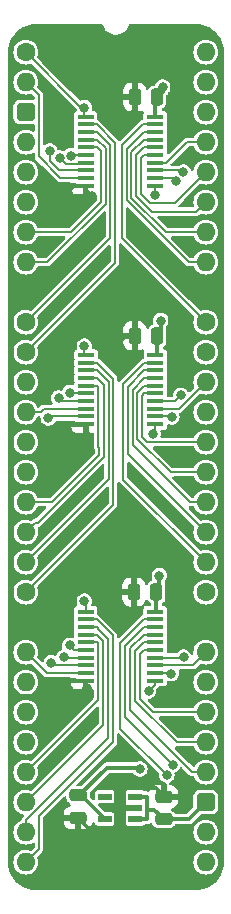
<source format=gtl>
%TF.GenerationSoftware,KiCad,Pcbnew,8.0.4*%
%TF.CreationDate,2024-08-14T09:43:43+02:00*%
%TF.ProjectId,Video Address Output,56696465-6f20-4416-9464-72657373204f,V0*%
%TF.SameCoordinates,PX54c81a0PY37b6b20*%
%TF.FileFunction,Copper,L1,Top*%
%TF.FilePolarity,Positive*%
%FSLAX46Y46*%
G04 Gerber Fmt 4.6, Leading zero omitted, Abs format (unit mm)*
G04 Created by KiCad (PCBNEW 8.0.4) date 2024-08-14 09:43:43*
%MOMM*%
%LPD*%
G01*
G04 APERTURE LIST*
G04 Aperture macros list*
%AMRoundRect*
0 Rectangle with rounded corners*
0 $1 Rounding radius*
0 $2 $3 $4 $5 $6 $7 $8 $9 X,Y pos of 4 corners*
0 Add a 4 corners polygon primitive as box body*
4,1,4,$2,$3,$4,$5,$6,$7,$8,$9,$2,$3,0*
0 Add four circle primitives for the rounded corners*
1,1,$1+$1,$2,$3*
1,1,$1+$1,$4,$5*
1,1,$1+$1,$6,$7*
1,1,$1+$1,$8,$9*
0 Add four rect primitives between the rounded corners*
20,1,$1+$1,$2,$3,$4,$5,0*
20,1,$1+$1,$4,$5,$6,$7,0*
20,1,$1+$1,$6,$7,$8,$9,0*
20,1,$1+$1,$8,$9,$2,$3,0*%
G04 Aperture macros list end*
%TA.AperFunction,ComponentPad*%
%ADD10C,1.600000*%
%TD*%
%TA.AperFunction,ComponentPad*%
%ADD11O,1.600000X1.600000*%
%TD*%
%TA.AperFunction,ComponentPad*%
%ADD12RoundRect,0.400000X-0.400000X-0.400000X0.400000X-0.400000X0.400000X0.400000X-0.400000X0.400000X0*%
%TD*%
%TA.AperFunction,ComponentPad*%
%ADD13R,1.600000X1.600000*%
%TD*%
%TA.AperFunction,SMDPad,CuDef*%
%ADD14R,1.475000X0.450000*%
%TD*%
%TA.AperFunction,SMDPad,CuDef*%
%ADD15RoundRect,0.250000X0.250000X0.475000X-0.250000X0.475000X-0.250000X-0.475000X0.250000X-0.475000X0*%
%TD*%
%TA.AperFunction,SMDPad,CuDef*%
%ADD16RoundRect,0.250000X-0.475000X0.250000X-0.475000X-0.250000X0.475000X-0.250000X0.475000X0.250000X0*%
%TD*%
%TA.AperFunction,SMDPad,CuDef*%
%ADD17RoundRect,0.250000X0.475000X-0.250000X0.475000X0.250000X-0.475000X0.250000X-0.475000X-0.250000X0*%
%TD*%
%TA.AperFunction,SMDPad,CuDef*%
%ADD18R,1.150000X0.600000*%
%TD*%
%TA.AperFunction,ViaPad*%
%ADD19C,0.800000*%
%TD*%
%TA.AperFunction,Conductor*%
%ADD20C,0.380000*%
%TD*%
%TA.AperFunction,Conductor*%
%ADD21C,0.200000*%
%TD*%
G04 APERTURE END LIST*
D10*
%TO.P,J2,1,Pin_1*%
%TO.N,/~{OE}*%
X0Y0D03*
D11*
%TO.P,J2,2,Pin_2*%
%TO.N,/C23*%
X0Y-2540000D03*
D12*
%TO.P,J2,3,Pin_3*%
%TO.N,/5V*%
X0Y-5080000D03*
D11*
%TO.P,J2,4,Pin_4*%
%TO.N,/C22*%
X0Y-7620000D03*
%TO.P,J2,5,Pin_5*%
%TO.N,/C21*%
X0Y-10160000D03*
%TO.P,J2,6,Pin_6*%
%TO.N,/C20*%
X0Y-12700000D03*
%TO.P,J2,7,Pin_7*%
%TO.N,/C19*%
X0Y-15240000D03*
%TO.P,J2,8,Pin_8*%
%TO.N,/C18*%
X0Y-17780000D03*
D13*
%TO.P,J2,9,Pin_9*%
%TO.N,/GND*%
X0Y-20320000D03*
D10*
%TO.P,J2,10,Pin_10*%
%TO.N,/C17*%
X0Y-22860000D03*
%TO.P,J2,11,Pin_11*%
%TO.N,/C16*%
X0Y-25400000D03*
D11*
%TO.P,J2,12,Pin_12*%
%TO.N,/C15*%
X0Y-27940000D03*
%TO.P,J2,13,Pin_13*%
%TO.N,/C14*%
X0Y-30480000D03*
%TO.P,J2,14,Pin_14*%
%TO.N,/C13*%
X0Y-33020000D03*
%TO.P,J2,15,Pin_15*%
%TO.N,/C12*%
X0Y-35560000D03*
%TO.P,J2,16,Pin_16*%
%TO.N,/C11*%
X0Y-38100000D03*
%TO.P,J2,17,Pin_17*%
%TO.N,/C10*%
X0Y-40640000D03*
%TO.P,J2,18,Pin_18*%
%TO.N,/C9*%
X0Y-43180000D03*
D10*
%TO.P,J2,19,Pin_19*%
%TO.N,/C8*%
X0Y-45720000D03*
D13*
%TO.P,J2,20,Pin_20*%
%TO.N,/GND*%
X0Y-48260000D03*
D11*
%TO.P,J2,21,Pin_21*%
%TO.N,/C7*%
X0Y-50800000D03*
%TO.P,J2,22,Pin_22*%
%TO.N,/C6*%
X0Y-53340000D03*
%TO.P,J2,23,Pin_23*%
%TO.N,/C5*%
X0Y-55880000D03*
%TO.P,J2,24,Pin_24*%
%TO.N,/C4*%
X0Y-58420000D03*
%TO.P,J2,25,Pin_25*%
%TO.N,/C3*%
X0Y-60960000D03*
%TO.P,J2,26,Pin_26*%
%TO.N,/C2*%
X0Y-63500000D03*
%TO.P,J2,27,Pin_27*%
%TO.N,/C1*%
X0Y-66040000D03*
%TO.P,J2,28,Pin_28*%
%TO.N,/C0*%
X0Y-68580000D03*
%TO.P,J2,29,Pin_29*%
%TO.N,/VA0*%
X15240000Y-68580000D03*
%TO.P,J2,30,Pin_30*%
%TO.N,/VA1*%
X15240000Y-66040000D03*
D12*
%TO.P,J2,31,Pin_31*%
%TO.N,/5V*%
X15240000Y-63500000D03*
D11*
%TO.P,J2,32,Pin_32*%
%TO.N,/VA2*%
X15240000Y-60960000D03*
%TO.P,J2,33,Pin_33*%
%TO.N,/VA3*%
X15240000Y-58420000D03*
%TO.P,J2,34,Pin_34*%
%TO.N,/VA4*%
X15240000Y-55880000D03*
%TO.P,J2,35,Pin_35*%
%TO.N,/VA5*%
X15240000Y-53340000D03*
%TO.P,J2,36,Pin_36*%
%TO.N,/VA6*%
X15240000Y-50800000D03*
D13*
%TO.P,J2,37,Pin_37*%
%TO.N,/GND*%
X15240000Y-48260000D03*
D10*
%TO.P,J2,38,Pin_38*%
%TO.N,/VA7*%
X15240000Y-45720000D03*
D11*
%TO.P,J2,39,Pin_39*%
%TO.N,/VA8*%
X15240000Y-43180000D03*
%TO.P,J2,40,Pin_40*%
%TO.N,/VA9*%
X15240000Y-40640000D03*
%TO.P,J2,41,Pin_41*%
%TO.N,/VA10*%
X15240000Y-38100000D03*
%TO.P,J2,42,Pin_42*%
%TO.N,/VA11*%
X15240000Y-35560000D03*
%TO.P,J2,43,Pin_43*%
%TO.N,/VA12*%
X15240000Y-33020000D03*
%TO.P,J2,44,Pin_44*%
%TO.N,/VA13*%
X15240000Y-30480000D03*
%TO.P,J2,45,Pin_45*%
%TO.N,/VA14*%
X15240000Y-27940000D03*
D10*
%TO.P,J2,46,Pin_46*%
%TO.N,/VA15*%
X15240000Y-25400000D03*
%TO.P,J2,47,Pin_47*%
%TO.N,/VA16*%
X15240000Y-22860000D03*
D13*
%TO.P,J2,48,Pin_48*%
%TO.N,/GND*%
X15240000Y-20320000D03*
D11*
%TO.P,J2,49,Pin_49*%
%TO.N,/VA17*%
X15240000Y-17780000D03*
%TO.P,J2,50,Pin_50*%
%TO.N,/VA18*%
X15240000Y-15240000D03*
%TO.P,J2,51,Pin_51*%
%TO.N,/VA19*%
X15240000Y-12700000D03*
%TO.P,J2,52,Pin_52*%
%TO.N,/VA20*%
X15240000Y-10160000D03*
%TO.P,J2,53,Pin_53*%
%TO.N,/VA21*%
X15240000Y-7620000D03*
%TO.P,J2,54,Pin_54*%
%TO.N,/VA22*%
X15240000Y-5080000D03*
%TO.P,J2,55,Pin_55*%
%TO.N,/VA23*%
X15240000Y-2540000D03*
%TO.P,J2,56,Pin_56*%
%TO.N,/CLK*%
X15240000Y0D03*
%TD*%
D14*
%TO.P,IC1,1,~{OE}*%
%TO.N,/~{OE}*%
X5063000Y-47367000D03*
%TO.P,IC1,2,D0*%
%TO.N,/C0*%
X5063000Y-48017000D03*
%TO.P,IC1,3,D1*%
%TO.N,/C1*%
X5063000Y-48667000D03*
%TO.P,IC1,4,D2*%
%TO.N,/C2*%
X5063000Y-49317000D03*
%TO.P,IC1,5,D3*%
%TO.N,/C3*%
X5063000Y-49967000D03*
%TO.P,IC1,6,D4*%
%TO.N,/C4*%
X5063000Y-50617000D03*
%TO.P,IC1,7,D5*%
%TO.N,/C5*%
X5063000Y-51267000D03*
%TO.P,IC1,8,D6*%
%TO.N,/C6*%
X5063000Y-51917000D03*
%TO.P,IC1,9,D7*%
%TO.N,/C7*%
X5063000Y-52567000D03*
%TO.P,IC1,10,GND*%
%TO.N,/GND*%
X5063000Y-53217000D03*
%TO.P,IC1,11,CP*%
%TO.N,/CLK*%
X10939000Y-53217000D03*
%TO.P,IC1,12,Q7*%
%TO.N,/VA7*%
X10939000Y-52567000D03*
%TO.P,IC1,13,Q6*%
%TO.N,/VA6*%
X10939000Y-51917000D03*
%TO.P,IC1,14,Q5*%
%TO.N,/VA5*%
X10939000Y-51267000D03*
%TO.P,IC1,15,Q4*%
%TO.N,/VA4*%
X10939000Y-50617000D03*
%TO.P,IC1,16,Q3*%
%TO.N,/VA3*%
X10939000Y-49967000D03*
%TO.P,IC1,17,Q2*%
%TO.N,/VA2*%
X10939000Y-49317000D03*
%TO.P,IC1,18,Q1*%
%TO.N,/VA1*%
X10939000Y-48667000D03*
%TO.P,IC1,19,Q0*%
%TO.N,/VA0*%
X10939000Y-48017000D03*
%TO.P,IC1,20,3V*%
%TO.N,/3.3V*%
X10939000Y-47367000D03*
%TD*%
D15*
%TO.P,C3,1*%
%TO.N,/3.3V*%
X11130000Y-3810000D03*
%TO.P,C3,2*%
%TO.N,/GND*%
X9230000Y-3810000D03*
%TD*%
%TO.P,C2,1*%
%TO.N,/3.3V*%
X11138800Y-24024400D03*
%TO.P,C2,2*%
%TO.N,/GND*%
X9238800Y-24024400D03*
%TD*%
D14*
%TO.P,IC2,1,~{OE}*%
%TO.N,/~{OE}*%
X5102000Y-25650000D03*
%TO.P,IC2,2,D0*%
%TO.N,/C8*%
X5102000Y-26300000D03*
%TO.P,IC2,3,D1*%
%TO.N,/C9*%
X5102000Y-26950000D03*
%TO.P,IC2,4,D2*%
%TO.N,/C10*%
X5102000Y-27600000D03*
%TO.P,IC2,5,D3*%
%TO.N,/C11*%
X5102000Y-28250000D03*
%TO.P,IC2,6,D4*%
%TO.N,/C12*%
X5102000Y-28900000D03*
%TO.P,IC2,7,D5*%
%TO.N,/C13*%
X5102000Y-29550000D03*
%TO.P,IC2,8,D6*%
%TO.N,/C14*%
X5102000Y-30200000D03*
%TO.P,IC2,9,D7*%
%TO.N,/C15*%
X5102000Y-30850000D03*
%TO.P,IC2,10,GND*%
%TO.N,/GND*%
X5102000Y-31500000D03*
%TO.P,IC2,11,CP*%
%TO.N,/CLK*%
X10978000Y-31500000D03*
%TO.P,IC2,12,Q7*%
%TO.N,/VA15*%
X10978000Y-30850000D03*
%TO.P,IC2,13,Q6*%
%TO.N,/VA14*%
X10978000Y-30200000D03*
%TO.P,IC2,14,Q5*%
%TO.N,/VA13*%
X10978000Y-29550000D03*
%TO.P,IC2,15,Q4*%
%TO.N,/VA12*%
X10978000Y-28900000D03*
%TO.P,IC2,16,Q3*%
%TO.N,/VA11*%
X10978000Y-28250000D03*
%TO.P,IC2,17,Q2*%
%TO.N,/VA10*%
X10978000Y-27600000D03*
%TO.P,IC2,18,Q1*%
%TO.N,/VA9*%
X10978000Y-26950000D03*
%TO.P,IC2,19,Q0*%
%TO.N,/VA8*%
X10978000Y-26300000D03*
%TO.P,IC2,20,3V*%
%TO.N,/3.3V*%
X10978000Y-25650000D03*
%TD*%
D15*
%TO.P,C1,1*%
%TO.N,/3.3V*%
X11055000Y-45720000D03*
%TO.P,C1,2*%
%TO.N,/GND*%
X9155000Y-45720000D03*
%TD*%
D16*
%TO.P,C9,1*%
%TO.N,/3.3V*%
X4419600Y-62921600D03*
%TO.P,C9,2*%
%TO.N,/GND*%
X4419600Y-64821600D03*
%TD*%
D17*
%TO.P,C8,1*%
%TO.N,/5V*%
X11684000Y-64942000D03*
%TO.P,C8,2*%
%TO.N,/GND*%
X11684000Y-63042000D03*
%TD*%
D14*
%TO.P,IC3,1,~{OE}*%
%TO.N,/~{OE}*%
X5063000Y-5457000D03*
%TO.P,IC3,2,D0*%
%TO.N,/C16*%
X5063000Y-6107000D03*
%TO.P,IC3,3,D1*%
%TO.N,/C17*%
X5063000Y-6757000D03*
%TO.P,IC3,4,D2*%
%TO.N,/C18*%
X5063000Y-7407000D03*
%TO.P,IC3,5,D3*%
%TO.N,/C19*%
X5063000Y-8057000D03*
%TO.P,IC3,6,D4*%
%TO.N,/C20*%
X5063000Y-8707000D03*
%TO.P,IC3,7,D5*%
%TO.N,/C21*%
X5063000Y-9357000D03*
%TO.P,IC3,8,D6*%
%TO.N,/C22*%
X5063000Y-10007000D03*
%TO.P,IC3,9,D7*%
%TO.N,/C23*%
X5063000Y-10657000D03*
%TO.P,IC3,10,GND*%
%TO.N,/GND*%
X5063000Y-11307000D03*
%TO.P,IC3,11,CP*%
%TO.N,/CLK*%
X10939000Y-11307000D03*
%TO.P,IC3,12,Q7*%
%TO.N,/VA23*%
X10939000Y-10657000D03*
%TO.P,IC3,13,Q6*%
%TO.N,/VA22*%
X10939000Y-10007000D03*
%TO.P,IC3,14,Q5*%
%TO.N,/VA21*%
X10939000Y-9357000D03*
%TO.P,IC3,15,Q4*%
%TO.N,/VA20*%
X10939000Y-8707000D03*
%TO.P,IC3,16,Q3*%
%TO.N,/VA19*%
X10939000Y-8057000D03*
%TO.P,IC3,17,Q2*%
%TO.N,/VA18*%
X10939000Y-7407000D03*
%TO.P,IC3,18,Q1*%
%TO.N,/VA17*%
X10939000Y-6757000D03*
%TO.P,IC3,19,Q0*%
%TO.N,/VA16*%
X10939000Y-6107000D03*
%TO.P,IC3,20,3V*%
%TO.N,/3.3V*%
X10939000Y-5457000D03*
%TD*%
D18*
%TO.P,IC5,1,6VIn*%
%TO.N,/5V*%
X9275600Y-64932600D03*
%TO.P,IC5,2,GND*%
%TO.N,/GND*%
X9275600Y-63982600D03*
%TO.P,IC5,3,EN*%
%TO.N,/5V*%
X9275600Y-63032600D03*
%TO.P,IC5,4,ADJ*%
%TO.N,unconnected-(IC5-ADJ-Pad4)*%
X6675600Y-63032600D03*
%TO.P,IC5,5,3.3VOut*%
%TO.N,/3.3V*%
X6675600Y-64932600D03*
%TD*%
D19*
%TO.N,/GND*%
X5198487Y-32481488D03*
X3429000Y-12192000D03*
X9143992Y-5207000D03*
X5588000Y-12192000D03*
X7239000Y-24764996D03*
X9652000Y-18542000D03*
X9652000Y-16129000D03*
X4064000Y-22733000D03*
X6350000Y-45720000D03*
X5207002Y-53848000D03*
%TO.N,/3.3V*%
X11303000Y-44323000D03*
X11422006Y-22733000D03*
X9652000Y-60706000D03*
X11591518Y-2955518D03*
%TO.N,/~{OE}*%
X4953000Y-4699000D03*
X4953000Y-46482000D03*
X4953000Y-24892000D03*
%TO.N,/C4*%
X3703722Y-50219473D03*
%TO.N,/C5*%
X3229008Y-51206224D03*
%TO.N,/C6*%
X2159000Y-51689000D03*
%TO.N,/CLK*%
X10396748Y-54099125D03*
X10780010Y-32320000D03*
X10922000Y-12065000D03*
%TO.N,/VA7*%
X12319000Y-52617002D03*
%TO.N,/VA5*%
X13352589Y-51217000D03*
%TO.N,/VA1*%
X12446000Y-60325000D03*
%TO.N,/VA0*%
X11938000Y-61214000D03*
%TO.N,/C12*%
X3732000Y-28822686D03*
%TO.N,/C13*%
X2784507Y-29275193D03*
%TO.N,/C15*%
X1905000Y-30988000D03*
%TO.N,/VA15*%
X12360010Y-30885404D03*
%TO.N,/VA13*%
X13126525Y-29063525D03*
%TO.N,/C20*%
X3845419Y-8757005D03*
%TO.N,/C22*%
X2032000Y-8382000D03*
%TO.N,/C21*%
X2866578Y-8961639D03*
%TO.N,/VA22*%
X13335000Y-10160000D03*
%TO.N,/VA23*%
X12694814Y-10928223D03*
%TO.N,/GND*%
X13081000Y-21971000D03*
%TD*%
D20*
%TO.N,/GND*%
X2997000Y-31500000D02*
X2667000Y-31830000D01*
X5102000Y-31500000D02*
X2997000Y-31500000D01*
X2667000Y-31830000D02*
X-682000Y-31830000D01*
X-1190000Y-47070000D02*
X0Y-48260000D01*
X-1190000Y-32338000D02*
X-1190000Y-47070000D01*
X-682000Y-31830000D02*
X-1190000Y-32338000D01*
X-1190000Y-31322000D02*
X-1190000Y-21510000D01*
X-682000Y-31830000D02*
X-1190000Y-31322000D01*
X-1190000Y-21510000D02*
X0Y-20320000D01*
X-1270000Y-53752915D02*
X-1270000Y-49530000D01*
X-492915Y-54530000D02*
X-1270000Y-53752915D01*
X1731000Y-54530000D02*
X-492915Y-54530000D01*
X3044000Y-53217000D02*
X1731000Y-54530000D01*
X-1270000Y-49530000D02*
X0Y-48260000D01*
X5063000Y-53217000D02*
X3044000Y-53217000D01*
X5198487Y-32481488D02*
X5102000Y-32385001D01*
X5102000Y-32385001D02*
X5102000Y-31500000D01*
D21*
%TO.N,/C8*%
X7411000Y-38309000D02*
X0Y-45720000D01*
X7404000Y-32967281D02*
X7411000Y-32974281D01*
X7404000Y-27664500D02*
X7404000Y-32967281D01*
X6039500Y-26300000D02*
X7404000Y-27664500D01*
X5102000Y-26300000D02*
X6039500Y-26300000D01*
%TO.N,/C9*%
X7011000Y-36169000D02*
X0Y-43180000D01*
X7011000Y-33139967D02*
X7011000Y-36169000D01*
X7004000Y-33132967D02*
X7011000Y-33139967D01*
%TO.N,/C8*%
X7411000Y-32974281D02*
X7411000Y-38309000D01*
%TO.N,/C9*%
X7004000Y-27914500D02*
X7004000Y-33132967D01*
X6039500Y-26950000D02*
X7004000Y-27914500D01*
X5102000Y-26950000D02*
X6039500Y-26950000D01*
%TO.N,/C10*%
X1029345Y-39840001D02*
X799999Y-39840001D01*
X6604000Y-34265346D02*
X1029345Y-39840001D01*
X6604000Y-33298653D02*
X6611000Y-33305653D01*
X6611000Y-34258347D02*
X6604000Y-34265346D01*
X6604000Y-28164500D02*
X6604000Y-33298653D01*
X6039500Y-27600000D02*
X6604000Y-28164500D01*
X6611000Y-33305653D02*
X6611000Y-34258347D01*
X5102000Y-27600000D02*
X6039500Y-27600000D01*
%TO.N,/C11*%
X6211000Y-33471339D02*
X6211000Y-34092661D01*
X6139500Y-33399839D02*
X6211000Y-33471339D01*
X6039500Y-28250000D02*
X6139500Y-28350000D01*
%TO.N,/C10*%
X799999Y-39840001D02*
X0Y-40640000D01*
%TO.N,/C11*%
X5102000Y-28250000D02*
X6039500Y-28250000D01*
X6139500Y-28350000D02*
X6139500Y-33399839D01*
X6211000Y-34092661D02*
X2203661Y-38100000D01*
X2203661Y-38100000D02*
X0Y-38100000D01*
%TO.N,/C13*%
X3059314Y-29550000D02*
X2784507Y-29275193D01*
X5102000Y-29550000D02*
X3059314Y-29550000D01*
%TO.N,/C12*%
X5102000Y-28900000D02*
X3809314Y-28900000D01*
X3809314Y-28900000D02*
X3732000Y-28822686D01*
D20*
%TO.N,/GND*%
X7747004Y-24764996D02*
X7239000Y-24764996D01*
X9238800Y-24024400D02*
X8487600Y-24024400D01*
X8487600Y-24024400D02*
X7747004Y-24764996D01*
X10033000Y-21590000D02*
X10033000Y-18923000D01*
X10033000Y-18923000D02*
X9652000Y-18542000D01*
X9238800Y-22384200D02*
X9652000Y-21971000D01*
X9238800Y-24024400D02*
X9238800Y-22384200D01*
X6095996Y-24764996D02*
X7239000Y-24764996D01*
X4064000Y-22733000D02*
X6095996Y-24764996D01*
X3429000Y-11938000D02*
X4060000Y-11307000D01*
X4060000Y-11307000D02*
X5063000Y-11307000D01*
X3429000Y-12192000D02*
X3429000Y-11938000D01*
X9230000Y-3810000D02*
X9230000Y-5120992D01*
X9230000Y-5120992D02*
X9143992Y-5207000D01*
D21*
%TO.N,/C19*%
X3810000Y-15240000D02*
X0Y-15240000D01*
X6350000Y-8406500D02*
X6350000Y-12700000D01*
%TO.N,/C18*%
X1835686Y-17780000D02*
X0Y-17780000D01*
%TO.N,/C19*%
X6000500Y-8057000D02*
X6350000Y-8406500D01*
%TO.N,/C18*%
X6750000Y-12865686D02*
X1835686Y-17780000D01*
X6750000Y-8156500D02*
X6750000Y-12865686D01*
%TO.N,/C19*%
X5063000Y-8057000D02*
X6000500Y-8057000D01*
X6350000Y-12700000D02*
X3810000Y-15240000D01*
%TO.N,/C18*%
X6000500Y-7407000D02*
X6750000Y-8156500D01*
X5063000Y-7407000D02*
X6000500Y-7407000D01*
D20*
%TO.N,/GND*%
X9155000Y-43296000D02*
X9155000Y-45720000D01*
X11938000Y-42926000D02*
X9525000Y-42926000D01*
X13208000Y-46228000D02*
X13208000Y-44196000D01*
X13208000Y-44196000D02*
X11938000Y-42926000D01*
X15240000Y-48260000D02*
X13208000Y-46228000D01*
X9525000Y-42926000D02*
X9155000Y-43296000D01*
X889000Y-48260000D02*
X0Y-48260000D01*
X3683000Y-45466000D02*
X889000Y-48260000D01*
X5461000Y-45466000D02*
X3683000Y-45466000D01*
X5715000Y-45720000D02*
X5461000Y-45466000D01*
X6350000Y-45720000D02*
X5715000Y-45720000D01*
X13843000Y-20320000D02*
X9652000Y-16129000D01*
X15240000Y-20320000D02*
X13843000Y-20320000D01*
D21*
%TO.N,/VA16*%
X8128000Y-7885630D02*
X8128000Y-15748000D01*
X10939000Y-6107000D02*
X9906630Y-6107000D01*
X9906630Y-6107000D02*
X8128000Y-7885630D01*
X8128000Y-15748000D02*
X15240000Y-22860000D01*
%TO.N,/C17*%
X7149999Y-15710001D02*
X7149999Y-7906499D01*
X0Y-22860000D02*
X7149999Y-15710001D01*
%TO.N,/C14*%
X1244000Y-30480000D02*
X0Y-30480000D01*
X1524000Y-30200000D02*
X1244000Y-30480000D01*
X5102000Y-30200000D02*
X1524000Y-30200000D01*
D20*
%TO.N,/5V*%
X10240600Y-63042600D02*
X10240600Y-64135000D01*
X10230600Y-64932600D02*
X9275600Y-64932600D01*
X10240600Y-64922600D02*
X10230600Y-64932600D01*
X11684000Y-64942000D02*
X13798000Y-64942000D01*
X10240600Y-64135000D02*
X10877000Y-64135000D01*
X9275600Y-63032600D02*
X10230600Y-63032600D01*
X10230600Y-63032600D02*
X10240600Y-63042600D01*
X13798000Y-64942000D02*
X15240000Y-63500000D01*
X10877000Y-64135000D02*
X11684000Y-64942000D01*
X10240600Y-64135000D02*
X10240600Y-64922600D01*
%TO.N,/GND*%
X8336000Y-63982600D02*
X8310600Y-64008000D01*
X10984600Y-62342600D02*
X8310600Y-62342600D01*
X5257000Y-65659000D02*
X4419600Y-64821600D01*
X5063000Y-53217000D02*
X5063000Y-53703998D01*
X8310600Y-62342600D02*
X8310600Y-64008000D01*
X5063000Y-53703998D02*
X5207002Y-53848000D01*
X8310600Y-64008000D02*
X8310600Y-64952600D01*
X11684000Y-63042000D02*
X10984600Y-62342600D01*
X9155000Y-45720000D02*
X6350000Y-45720000D01*
X7604200Y-65659000D02*
X5257000Y-65659000D01*
X9275600Y-63982600D02*
X8336000Y-63982600D01*
X8310600Y-64952600D02*
X7604200Y-65659000D01*
%TO.N,/3.3V*%
X11055000Y-47251000D02*
X10939000Y-47367000D01*
X10939000Y-5457000D02*
X10939000Y-4001000D01*
X11130000Y-3810000D02*
X11591518Y-3348482D01*
X9525000Y-60579000D02*
X9652000Y-60706000D01*
X4664600Y-62921600D02*
X6675600Y-64932600D01*
X11591518Y-3348482D02*
X11591518Y-2955518D01*
X11303000Y-44323000D02*
X11303000Y-45472000D01*
X11422006Y-23741194D02*
X11422006Y-22733000D01*
X10978000Y-25650000D02*
X11138800Y-25489200D01*
X11055000Y-45720000D02*
X11055000Y-47251000D01*
X11138800Y-25489200D02*
X11138800Y-24024400D01*
X4515400Y-62921600D02*
X6858000Y-60579000D01*
X6858000Y-60579000D02*
X9525000Y-60579000D01*
D21*
%TO.N,/~{OE}*%
X4953000Y-4699000D02*
X4953000Y-5347000D01*
X5063000Y-46592000D02*
X4953000Y-46482000D01*
X4953000Y-24892000D02*
X4953000Y-25501000D01*
X5063000Y-47367000D02*
X5063000Y-46592000D01*
X4953000Y-4699000D02*
X4699000Y-4699000D01*
X4953000Y-25501000D02*
X5102000Y-25650000D01*
X4699000Y-4699000D02*
X0Y0D01*
%TO.N,/C0*%
X6000500Y-48017000D02*
X7366000Y-49382500D01*
X7366000Y-58420000D02*
X1100000Y-64686000D01*
X1100000Y-67480000D02*
X0Y-68580000D01*
X7366000Y-49382500D02*
X7366000Y-58420000D01*
X1100000Y-64686000D02*
X1100000Y-67480000D01*
X5063000Y-48017000D02*
X6000500Y-48017000D01*
%TO.N,/C1*%
X0Y-66040000D02*
X0Y-65055635D01*
X0Y-65055635D02*
X6966000Y-58089635D01*
X6966000Y-49716814D02*
X6100500Y-48851314D01*
X6100500Y-48851314D02*
X6100500Y-48767000D01*
X6000500Y-48667000D02*
X5063000Y-48667000D01*
X6966000Y-58089635D02*
X6966000Y-49716814D01*
X6100500Y-48767000D02*
X6000500Y-48667000D01*
%TO.N,/C2*%
X6566000Y-49882500D02*
X6566000Y-56934000D01*
X5063000Y-49317000D02*
X6000500Y-49317000D01*
X6000500Y-49317000D02*
X6566000Y-49882500D01*
X6566000Y-56934000D02*
X0Y-63500000D01*
%TO.N,/C3*%
X6000500Y-49967000D02*
X6100500Y-50067000D01*
X5063000Y-49967000D02*
X6000500Y-49967000D01*
X6100500Y-50067000D02*
X6100500Y-54859500D01*
X6100500Y-54859500D02*
X0Y-60960000D01*
%TO.N,/C4*%
X4101249Y-50617000D02*
X3703722Y-50219473D01*
X5063000Y-50617000D02*
X4101249Y-50617000D01*
%TO.N,/C5*%
X5063000Y-51267000D02*
X3289784Y-51267000D01*
X3289784Y-51267000D02*
X3229008Y-51206224D01*
%TO.N,/C6*%
X2387000Y-51917000D02*
X2159000Y-51689000D01*
X5063000Y-51917000D02*
X2387000Y-51917000D01*
%TO.N,/C7*%
X5063000Y-52567000D02*
X1767000Y-52567000D01*
X1767000Y-52567000D02*
X0Y-50800000D01*
%TO.N,/CLK*%
X10939000Y-12048000D02*
X10922000Y-12065000D01*
X10978000Y-31500000D02*
X10978000Y-32122010D01*
X10939000Y-53217000D02*
X10939000Y-53556873D01*
X10978000Y-32122010D02*
X10780010Y-32320000D01*
X10939000Y-53556873D02*
X10396748Y-54099125D01*
X10939000Y-11307000D02*
X10939000Y-12048000D01*
%TO.N,/VA7*%
X12268998Y-52567000D02*
X12319000Y-52617002D01*
X10939000Y-52567000D02*
X12268998Y-52567000D01*
%TO.N,/VA6*%
X10939000Y-51917000D02*
X14123000Y-51917000D01*
X14123000Y-51917000D02*
X15240000Y-50800000D01*
%TO.N,/VA5*%
X13302589Y-51267000D02*
X13352589Y-51217000D01*
X10939000Y-51267000D02*
X13302589Y-51267000D01*
%TO.N,/VA4*%
X10001500Y-50617000D02*
X9652000Y-50966500D01*
X10939000Y-50617000D02*
X10001500Y-50617000D01*
X9652000Y-54737000D02*
X10795000Y-55880000D01*
X10795000Y-55880000D02*
X15240000Y-55880000D01*
X9652000Y-50966500D02*
X9652000Y-54737000D01*
%TO.N,/VA3*%
X12769315Y-58420000D02*
X15240000Y-58420000D01*
X9252000Y-54902686D02*
X12769315Y-58420000D01*
X10001500Y-49967000D02*
X9252000Y-50716500D01*
X10939000Y-49967000D02*
X10001500Y-49967000D01*
X9252000Y-50716500D02*
X9252000Y-54902686D01*
%TO.N,/VA2*%
X10939000Y-49317000D02*
X10001500Y-49317000D01*
X8852000Y-50466500D02*
X8852000Y-55703370D01*
X10001500Y-49317000D02*
X8852000Y-50466500D01*
X8852000Y-55703370D02*
X14108630Y-60960000D01*
X14108630Y-60960000D02*
X15240000Y-60960000D01*
%TO.N,/VA1*%
X10001500Y-48667000D02*
X10939000Y-48667000D01*
X8401000Y-56280000D02*
X8401000Y-50267500D01*
X8401000Y-50267500D02*
X10001500Y-48667000D01*
X12446000Y-60325000D02*
X8401000Y-56280000D01*
%TO.N,/VA0*%
X10001500Y-48017000D02*
X8001000Y-50017500D01*
X8001000Y-57277000D02*
X11938000Y-61214000D01*
X10939000Y-48017000D02*
X10001500Y-48017000D01*
X8001000Y-50017500D02*
X8001000Y-57277000D01*
%TO.N,/C15*%
X2043000Y-30850000D02*
X1905000Y-30988000D01*
X5102000Y-30850000D02*
X2043000Y-30850000D01*
%TO.N,/VA15*%
X12324606Y-30850000D02*
X12360010Y-30885404D01*
X10978000Y-30850000D02*
X12324606Y-30850000D01*
%TO.N,/VA14*%
X10992596Y-30185404D02*
X12994596Y-30185404D01*
X12994596Y-30185404D02*
X15240000Y-27940000D01*
%TO.N,/VA13*%
X12640050Y-29550000D02*
X13126525Y-29063525D01*
X10978000Y-29550000D02*
X12640050Y-29550000D01*
%TO.N,/VA12*%
X10978000Y-28900000D02*
X10040500Y-28900000D01*
X10287000Y-33020000D02*
X15240000Y-33020000D01*
X10040500Y-28900000D02*
X9855000Y-29085500D01*
X9855000Y-29085500D02*
X9855000Y-32588000D01*
X9855000Y-32588000D02*
X10287000Y-33020000D01*
%TO.N,/VA11*%
X10040500Y-28250000D02*
X9455000Y-28835500D01*
X12261314Y-35560000D02*
X15240000Y-35560000D01*
X9455000Y-32753686D02*
X12261314Y-35560000D01*
X9455000Y-28835500D02*
X9455000Y-32753686D01*
X10978000Y-28250000D02*
X10040500Y-28250000D01*
%TO.N,/VA10*%
X10040500Y-27600000D02*
X9055000Y-28585500D01*
X10978000Y-27600000D02*
X10040500Y-27600000D01*
X13912314Y-38100000D02*
X15240000Y-38100000D01*
X9055000Y-28585500D02*
X9055000Y-33242686D01*
X9055000Y-33242686D02*
X13912314Y-38100000D01*
%TO.N,/VA9*%
X8655000Y-34055000D02*
X15240000Y-40640000D01*
X10978000Y-26950000D02*
X10040500Y-26950000D01*
X10040500Y-26950000D02*
X8655000Y-28335500D01*
X8655000Y-28335500D02*
X8655000Y-34055000D01*
%TO.N,/VA8*%
X10040500Y-26300000D02*
X8255000Y-28085500D01*
X10978000Y-26300000D02*
X10040500Y-26300000D01*
X8255000Y-28085500D02*
X8255000Y-36195000D01*
X8255000Y-36195000D02*
X15240000Y-43180000D01*
%TO.N,/C16*%
X7549998Y-17850002D02*
X0Y-25400000D01*
X7549998Y-7656498D02*
X7549998Y-17850002D01*
X5063000Y-6107000D02*
X6000500Y-6107000D01*
X6000500Y-6107000D02*
X7549998Y-7656498D01*
%TO.N,/C17*%
X5063000Y-6757000D02*
X6000500Y-6757000D01*
X6000500Y-6757000D02*
X7149999Y-7906499D01*
%TO.N,/C20*%
X3895424Y-8707000D02*
X3845419Y-8757005D01*
X5063000Y-8707000D02*
X3895424Y-8707000D01*
%TO.N,/VA20*%
X9728000Y-12000975D02*
X10492025Y-12765000D01*
X9728000Y-8980500D02*
X9728000Y-12000975D01*
X10492025Y-12765000D02*
X12635000Y-12765000D01*
X10001500Y-8707000D02*
X9728000Y-8980500D01*
X12635000Y-12765000D02*
X15240000Y-10160000D01*
X10939000Y-8707000D02*
X10001500Y-8707000D01*
%TO.N,/VA19*%
X14440001Y-13499999D02*
X15240000Y-12700000D01*
X10661339Y-13499999D02*
X14440001Y-13499999D01*
X10001500Y-8057000D02*
X9328000Y-8730500D01*
X9328000Y-12166660D02*
X10661339Y-13499999D01*
X10939000Y-8057000D02*
X10001500Y-8057000D01*
X9328000Y-8730500D02*
X9328000Y-12166660D01*
%TO.N,/VA18*%
X10939000Y-7407000D02*
X10001500Y-7407000D01*
X11835655Y-15240000D02*
X15240000Y-15240000D01*
X8928000Y-8480500D02*
X8928000Y-12332345D01*
X10001500Y-7407000D02*
X8928000Y-8480500D01*
X8928000Y-12332345D02*
X11835655Y-15240000D01*
%TO.N,/VA17*%
X8528000Y-8230500D02*
X8528000Y-12498030D01*
X10939000Y-6757000D02*
X10001500Y-6757000D01*
X13809970Y-17780000D02*
X15240000Y-17780000D01*
X10001500Y-6757000D02*
X8528000Y-8230500D01*
X8528000Y-12498030D02*
X13809970Y-17780000D01*
%TO.N,/C23*%
X1100000Y-3640000D02*
X0Y-2540000D01*
X5063000Y-10657000D02*
X2936049Y-10657000D01*
X2936049Y-10657000D02*
X1100000Y-8820951D01*
X1100000Y-8820951D02*
X1100000Y-3640000D01*
%TO.N,/C22*%
X5063000Y-10007000D02*
X2851734Y-10007000D01*
X2851734Y-10007000D02*
X2032000Y-9187266D01*
X2032000Y-9187266D02*
X2032000Y-8382000D01*
%TO.N,/C21*%
X3373266Y-9468327D02*
X2866578Y-8961639D01*
X4951673Y-9468327D02*
X3373266Y-9468327D01*
%TO.N,/VA21*%
X11876500Y-9357000D02*
X13613500Y-7620000D01*
X10939000Y-9357000D02*
X11876500Y-9357000D01*
X13613500Y-7620000D02*
X15240000Y-7620000D01*
%TO.N,/VA22*%
X10939000Y-10007000D02*
X13182000Y-10007000D01*
X13182000Y-10007000D02*
X13335000Y-10160000D01*
%TO.N,/VA23*%
X10939000Y-10657000D02*
X12423591Y-10657000D01*
X12423591Y-10657000D02*
X12694814Y-10928223D01*
D20*
%TO.N,/GND*%
X12192000Y-21590000D02*
X10033000Y-21590000D01*
X13081000Y-21971000D02*
X12573000Y-21971000D01*
X12573000Y-21971000D02*
X12192000Y-21590000D01*
X10033000Y-21590000D02*
X9652000Y-21971000D01*
X5063000Y-11667000D02*
X5588000Y-12192000D01*
X5063000Y-11307000D02*
X5063000Y-11667000D01*
%TD*%
%TA.AperFunction,Conductor*%
%TO.N,/GND*%
G36*
X14348938Y2363257D02*
G01*
X14349201Y2363233D01*
X14360100Y2363233D01*
X14400525Y2363233D01*
X14408010Y2363007D01*
X14681647Y2346459D01*
X14696505Y2344655D01*
X14962460Y2295920D01*
X14976981Y2292341D01*
X15235136Y2211899D01*
X15249133Y2206590D01*
X15495692Y2095627D01*
X15508951Y2088668D01*
X15740336Y1948793D01*
X15752659Y1940287D01*
X15965490Y1773547D01*
X15976699Y1763618D01*
X16167894Y1572426D01*
X16177823Y1561218D01*
X16344568Y1348386D01*
X16353075Y1336062D01*
X16492955Y1104674D01*
X16499913Y1091416D01*
X16610881Y844860D01*
X16616191Y830858D01*
X16696627Y572730D01*
X16700211Y558192D01*
X16748949Y292238D01*
X16750754Y277373D01*
X16767273Y4301D01*
X16767499Y-3186D01*
X16767500Y-68535830D01*
X16767500Y-68576249D01*
X16767274Y-68583737D01*
X16750721Y-68857369D01*
X16748916Y-68872232D01*
X16700180Y-69138178D01*
X16696596Y-69152718D01*
X16616158Y-69410851D01*
X16610848Y-69424852D01*
X16499885Y-69671399D01*
X16492927Y-69684657D01*
X16353050Y-69916039D01*
X16344543Y-69928363D01*
X16177799Y-70141194D01*
X16167870Y-70152402D01*
X15976682Y-70343588D01*
X15965474Y-70353517D01*
X15752637Y-70520262D01*
X15740313Y-70528768D01*
X15508937Y-70668637D01*
X15495678Y-70675596D01*
X15249125Y-70786557D01*
X15235124Y-70791867D01*
X14976982Y-70872305D01*
X14962443Y-70875888D01*
X14696505Y-70924620D01*
X14681641Y-70926425D01*
X14433129Y-70941454D01*
X14407477Y-70943006D01*
X14399994Y-70943232D01*
X13843000Y-70943232D01*
X13843000Y-68580000D01*
X14184417Y-68580000D01*
X14204699Y-68785932D01*
X14204700Y-68785934D01*
X14264768Y-68983954D01*
X14362315Y-69166450D01*
X14362317Y-69166452D01*
X14493589Y-69326410D01*
X14590209Y-69405702D01*
X14653550Y-69457685D01*
X14836046Y-69555232D01*
X15034066Y-69615300D01*
X15034065Y-69615300D01*
X15052529Y-69617118D01*
X15240000Y-69635583D01*
X15445934Y-69615300D01*
X15643954Y-69555232D01*
X15826450Y-69457685D01*
X15986410Y-69326410D01*
X16117685Y-69166450D01*
X16215232Y-68983954D01*
X16275300Y-68785934D01*
X16295583Y-68580000D01*
X16275300Y-68374066D01*
X16215232Y-68176046D01*
X16117685Y-67993550D01*
X16065702Y-67930209D01*
X15986410Y-67833589D01*
X15826452Y-67702317D01*
X15826453Y-67702317D01*
X15826450Y-67702315D01*
X15643954Y-67604768D01*
X15445934Y-67544700D01*
X15445932Y-67544699D01*
X15445934Y-67544699D01*
X15240000Y-67524417D01*
X15034067Y-67544699D01*
X14836043Y-67604769D01*
X14725898Y-67663643D01*
X14653550Y-67702315D01*
X14653548Y-67702316D01*
X14653547Y-67702317D01*
X14493589Y-67833589D01*
X14362317Y-67993547D01*
X14264769Y-68176043D01*
X14204699Y-68374067D01*
X14184417Y-68580000D01*
X13843000Y-68580000D01*
X13843000Y-66040000D01*
X14184417Y-66040000D01*
X14204699Y-66245932D01*
X14204700Y-66245934D01*
X14264768Y-66443954D01*
X14362315Y-66626450D01*
X14362317Y-66626452D01*
X14493589Y-66786410D01*
X14590209Y-66865702D01*
X14653550Y-66917685D01*
X14836046Y-67015232D01*
X15034066Y-67075300D01*
X15034065Y-67075300D01*
X15052529Y-67077118D01*
X15240000Y-67095583D01*
X15445934Y-67075300D01*
X15643954Y-67015232D01*
X15826450Y-66917685D01*
X15986410Y-66786410D01*
X16117685Y-66626450D01*
X16215232Y-66443954D01*
X16275300Y-66245934D01*
X16295583Y-66040000D01*
X16275300Y-65834066D01*
X16215232Y-65636046D01*
X16117685Y-65453550D01*
X16059375Y-65382499D01*
X15986410Y-65293589D01*
X15826452Y-65162317D01*
X15826453Y-65162317D01*
X15826450Y-65162315D01*
X15643954Y-65064768D01*
X15445934Y-65004700D01*
X15445932Y-65004699D01*
X15445934Y-65004699D01*
X15240000Y-64984417D01*
X15034067Y-65004699D01*
X14836043Y-65064769D01*
X14747631Y-65112027D01*
X14653550Y-65162315D01*
X14653548Y-65162316D01*
X14653547Y-65162317D01*
X14493589Y-65293589D01*
X14362317Y-65453547D01*
X14264769Y-65636043D01*
X14204699Y-65834067D01*
X14184417Y-66040000D01*
X13843000Y-66040000D01*
X13843000Y-65382500D01*
X13855991Y-65382500D01*
X13855993Y-65382500D01*
X13968027Y-65352481D01*
X14068473Y-65294488D01*
X14776142Y-64586819D01*
X14837465Y-64553334D01*
X14863823Y-64550500D01*
X15705686Y-64550500D01*
X15705694Y-64550500D01*
X15742569Y-64547598D01*
X15742571Y-64547597D01*
X15742573Y-64547597D01*
X15797913Y-64531519D01*
X15900398Y-64501744D01*
X16041865Y-64418081D01*
X16158081Y-64301865D01*
X16241744Y-64160398D01*
X16287598Y-64002569D01*
X16290500Y-63965694D01*
X16290500Y-63034306D01*
X16287598Y-62997431D01*
X16241744Y-62839602D01*
X16158081Y-62698135D01*
X16158079Y-62698133D01*
X16158076Y-62698129D01*
X16041870Y-62581923D01*
X16041862Y-62581917D01*
X15900396Y-62498255D01*
X15900393Y-62498254D01*
X15742573Y-62452402D01*
X15742567Y-62452401D01*
X15705701Y-62449500D01*
X15705694Y-62449500D01*
X14774306Y-62449500D01*
X14774298Y-62449500D01*
X14737432Y-62452401D01*
X14737426Y-62452402D01*
X14579606Y-62498254D01*
X14579603Y-62498255D01*
X14438137Y-62581917D01*
X14438129Y-62581923D01*
X14321923Y-62698129D01*
X14321917Y-62698137D01*
X14238255Y-62839603D01*
X14238254Y-62839606D01*
X14192402Y-62997426D01*
X14192401Y-62997432D01*
X14189500Y-63034298D01*
X14189500Y-63876177D01*
X14169815Y-63943216D01*
X14153181Y-63963858D01*
X13843000Y-64274039D01*
X13843000Y-61190052D01*
X13893417Y-61240469D01*
X13973342Y-61286614D01*
X14062486Y-61310500D01*
X14161873Y-61310500D01*
X14228912Y-61330185D01*
X14271231Y-61376046D01*
X14362315Y-61546450D01*
X14362317Y-61546452D01*
X14493589Y-61706410D01*
X14590209Y-61785702D01*
X14653550Y-61837685D01*
X14836046Y-61935232D01*
X15034066Y-61995300D01*
X15034065Y-61995300D01*
X15052529Y-61997118D01*
X15240000Y-62015583D01*
X15445934Y-61995300D01*
X15643954Y-61935232D01*
X15826450Y-61837685D01*
X15986410Y-61706410D01*
X16117685Y-61546450D01*
X16215232Y-61363954D01*
X16275300Y-61165934D01*
X16295583Y-60960000D01*
X16275300Y-60754066D01*
X16215232Y-60556046D01*
X16117685Y-60373550D01*
X16065702Y-60310209D01*
X15986410Y-60213589D01*
X15826452Y-60082317D01*
X15826453Y-60082317D01*
X15826450Y-60082315D01*
X15643954Y-59984768D01*
X15445934Y-59924700D01*
X15445932Y-59924699D01*
X15445934Y-59924699D01*
X15240000Y-59904417D01*
X15034067Y-59924699D01*
X14836043Y-59984769D01*
X14725898Y-60043643D01*
X14653550Y-60082315D01*
X14653548Y-60082316D01*
X14653547Y-60082317D01*
X14493589Y-60213589D01*
X14362317Y-60373547D01*
X14321147Y-60450569D01*
X14272184Y-60500413D01*
X14204046Y-60515873D01*
X14138366Y-60492041D01*
X14124108Y-60479796D01*
X13843000Y-60198688D01*
X13843000Y-58770500D01*
X14161873Y-58770500D01*
X14228912Y-58790185D01*
X14271231Y-58836046D01*
X14362315Y-59006450D01*
X14362317Y-59006452D01*
X14493589Y-59166410D01*
X14590209Y-59245702D01*
X14653550Y-59297685D01*
X14836046Y-59395232D01*
X15034066Y-59455300D01*
X15034065Y-59455300D01*
X15052529Y-59457118D01*
X15240000Y-59475583D01*
X15445934Y-59455300D01*
X15643954Y-59395232D01*
X15826450Y-59297685D01*
X15986410Y-59166410D01*
X16117685Y-59006450D01*
X16215232Y-58823954D01*
X16275300Y-58625934D01*
X16295583Y-58420000D01*
X16275300Y-58214066D01*
X16215232Y-58016046D01*
X16117685Y-57833550D01*
X16065702Y-57770209D01*
X15986410Y-57673589D01*
X15826452Y-57542317D01*
X15826453Y-57542317D01*
X15826450Y-57542315D01*
X15643954Y-57444768D01*
X15445934Y-57384700D01*
X15445932Y-57384699D01*
X15445934Y-57384699D01*
X15240000Y-57364417D01*
X15034067Y-57384699D01*
X14836043Y-57444769D01*
X14725898Y-57503643D01*
X14653550Y-57542315D01*
X14653548Y-57542316D01*
X14653547Y-57542317D01*
X14493589Y-57673589D01*
X14362317Y-57833547D01*
X14271231Y-58003954D01*
X14222268Y-58053798D01*
X14161873Y-58069500D01*
X13843000Y-58069500D01*
X13843000Y-56230500D01*
X14161873Y-56230500D01*
X14228912Y-56250185D01*
X14271231Y-56296046D01*
X14362315Y-56466450D01*
X14362317Y-56466452D01*
X14493589Y-56626410D01*
X14590209Y-56705702D01*
X14653550Y-56757685D01*
X14836046Y-56855232D01*
X15034066Y-56915300D01*
X15034065Y-56915300D01*
X15052529Y-56917118D01*
X15240000Y-56935583D01*
X15445934Y-56915300D01*
X15643954Y-56855232D01*
X15826450Y-56757685D01*
X15986410Y-56626410D01*
X16117685Y-56466450D01*
X16215232Y-56283954D01*
X16275300Y-56085934D01*
X16295583Y-55880000D01*
X16275300Y-55674066D01*
X16215232Y-55476046D01*
X16117685Y-55293550D01*
X16065702Y-55230209D01*
X15986410Y-55133589D01*
X15826452Y-55002317D01*
X15826453Y-55002317D01*
X15826450Y-55002315D01*
X15643954Y-54904768D01*
X15445934Y-54844700D01*
X15445932Y-54844699D01*
X15445934Y-54844699D01*
X15240000Y-54824417D01*
X15034067Y-54844699D01*
X14836043Y-54904769D01*
X14725898Y-54963643D01*
X14653550Y-55002315D01*
X14653548Y-55002316D01*
X14653547Y-55002317D01*
X14493589Y-55133589D01*
X14362317Y-55293547D01*
X14271231Y-55463954D01*
X14222268Y-55513798D01*
X14161873Y-55529500D01*
X13843000Y-55529500D01*
X13843000Y-53340000D01*
X14184417Y-53340000D01*
X14204699Y-53545932D01*
X14204700Y-53545934D01*
X14264768Y-53743954D01*
X14362315Y-53926450D01*
X14362317Y-53926452D01*
X14493589Y-54086410D01*
X14590209Y-54165702D01*
X14653550Y-54217685D01*
X14836046Y-54315232D01*
X15034066Y-54375300D01*
X15034065Y-54375300D01*
X15052529Y-54377118D01*
X15240000Y-54395583D01*
X15445934Y-54375300D01*
X15643954Y-54315232D01*
X15826450Y-54217685D01*
X15986410Y-54086410D01*
X16117685Y-53926450D01*
X16215232Y-53743954D01*
X16275300Y-53545934D01*
X16295583Y-53340000D01*
X16275300Y-53134066D01*
X16215232Y-52936046D01*
X16117685Y-52753550D01*
X16065702Y-52690209D01*
X15986410Y-52593589D01*
X15826452Y-52462317D01*
X15826453Y-52462317D01*
X15826450Y-52462315D01*
X15643954Y-52364768D01*
X15445934Y-52304700D01*
X15445932Y-52304699D01*
X15445934Y-52304699D01*
X15240000Y-52284417D01*
X15034067Y-52304699D01*
X14836043Y-52364769D01*
X14725898Y-52423643D01*
X14653550Y-52462315D01*
X14653548Y-52462316D01*
X14653547Y-52462317D01*
X14493589Y-52593589D01*
X14362317Y-52753547D01*
X14264769Y-52936043D01*
X14204699Y-53134067D01*
X14184417Y-53340000D01*
X13843000Y-53340000D01*
X13843000Y-52267500D01*
X14169142Y-52267500D01*
X14169144Y-52267500D01*
X14258288Y-52243614D01*
X14338212Y-52197470D01*
X14725491Y-51810189D01*
X14786812Y-51776706D01*
X14849162Y-51779210D01*
X15034066Y-51835300D01*
X15034065Y-51835300D01*
X15052529Y-51837118D01*
X15240000Y-51855583D01*
X15445934Y-51835300D01*
X15643954Y-51775232D01*
X15826450Y-51677685D01*
X15986410Y-51546410D01*
X16117685Y-51386450D01*
X16215232Y-51203954D01*
X16275300Y-51005934D01*
X16295583Y-50800000D01*
X16275300Y-50594066D01*
X16215232Y-50396046D01*
X16117685Y-50213550D01*
X16065702Y-50150209D01*
X15986410Y-50053589D01*
X15826452Y-49922317D01*
X15826453Y-49922317D01*
X15826450Y-49922315D01*
X15643954Y-49824768D01*
X15445934Y-49764700D01*
X15445932Y-49764699D01*
X15445934Y-49764699D01*
X15240000Y-49744417D01*
X15034067Y-49764699D01*
X14836043Y-49824769D01*
X14725898Y-49883643D01*
X14653550Y-49922315D01*
X14653548Y-49922316D01*
X14653547Y-49922317D01*
X14493589Y-50053589D01*
X14362317Y-50213547D01*
X14264769Y-50396043D01*
X14204699Y-50594067D01*
X14184417Y-50800000D01*
X14196216Y-50919799D01*
X14183197Y-50988445D01*
X14135132Y-51039155D01*
X14067281Y-51055830D01*
X14001187Y-51033174D01*
X13957833Y-50978381D01*
X13956871Y-50975924D01*
X13943393Y-50940386D01*
X13932809Y-50912477D01*
X13843072Y-50782470D01*
X13843000Y-50782406D01*
X13843000Y-45720000D01*
X14184417Y-45720000D01*
X14204699Y-45925932D01*
X14204700Y-45925934D01*
X14264768Y-46123954D01*
X14362315Y-46306450D01*
X14362317Y-46306452D01*
X14493589Y-46466410D01*
X14590209Y-46545702D01*
X14653550Y-46597685D01*
X14836046Y-46695232D01*
X15034066Y-46755300D01*
X15034065Y-46755300D01*
X15052529Y-46757118D01*
X15240000Y-46775583D01*
X15445934Y-46755300D01*
X15643954Y-46695232D01*
X15826450Y-46597685D01*
X15986410Y-46466410D01*
X16117685Y-46306450D01*
X16215232Y-46123954D01*
X16275300Y-45925934D01*
X16295583Y-45720000D01*
X16275300Y-45514066D01*
X16215232Y-45316046D01*
X16117685Y-45133550D01*
X16065702Y-45070209D01*
X15986410Y-44973589D01*
X15826452Y-44842317D01*
X15826453Y-44842317D01*
X15826450Y-44842315D01*
X15643954Y-44744768D01*
X15445934Y-44684700D01*
X15445932Y-44684699D01*
X15445934Y-44684699D01*
X15240000Y-44664417D01*
X15034067Y-44684699D01*
X14836043Y-44744769D01*
X14725898Y-44803643D01*
X14653550Y-44842315D01*
X14653548Y-44842316D01*
X14653547Y-44842317D01*
X14493589Y-44973589D01*
X14362317Y-45133547D01*
X14264769Y-45316043D01*
X14204699Y-45514067D01*
X14184417Y-45720000D01*
X13843000Y-45720000D01*
X13843000Y-42278682D01*
X14229808Y-42665490D01*
X14263293Y-42726813D01*
X14260788Y-42789166D01*
X14204699Y-42974067D01*
X14184417Y-43180000D01*
X14204699Y-43385932D01*
X14204700Y-43385934D01*
X14264768Y-43583954D01*
X14362315Y-43766450D01*
X14362317Y-43766452D01*
X14493589Y-43926410D01*
X14590209Y-44005702D01*
X14653550Y-44057685D01*
X14836046Y-44155232D01*
X15034066Y-44215300D01*
X15034065Y-44215300D01*
X15052529Y-44217118D01*
X15240000Y-44235583D01*
X15445934Y-44215300D01*
X15643954Y-44155232D01*
X15826450Y-44057685D01*
X15986410Y-43926410D01*
X16117685Y-43766450D01*
X16215232Y-43583954D01*
X16275300Y-43385934D01*
X16295583Y-43180000D01*
X16275300Y-42974066D01*
X16215232Y-42776046D01*
X16117685Y-42593550D01*
X16065702Y-42530209D01*
X15986410Y-42433589D01*
X15826452Y-42302317D01*
X15826453Y-42302317D01*
X15826450Y-42302315D01*
X15643954Y-42204768D01*
X15445934Y-42144700D01*
X15445932Y-42144699D01*
X15445934Y-42144699D01*
X15240000Y-42124417D01*
X15034067Y-42144699D01*
X14849166Y-42200788D01*
X14779299Y-42201411D01*
X14725490Y-42169808D01*
X13843000Y-41287318D01*
X13843000Y-39738681D01*
X14229808Y-40125489D01*
X14263293Y-40186812D01*
X14260788Y-40249165D01*
X14204699Y-40434067D01*
X14184417Y-40640000D01*
X14204699Y-40845932D01*
X14204700Y-40845934D01*
X14264768Y-41043954D01*
X14362315Y-41226450D01*
X14362317Y-41226452D01*
X14493589Y-41386410D01*
X14590209Y-41465702D01*
X14653550Y-41517685D01*
X14836046Y-41615232D01*
X15034066Y-41675300D01*
X15034065Y-41675300D01*
X15052529Y-41677118D01*
X15240000Y-41695583D01*
X15445934Y-41675300D01*
X15643954Y-41615232D01*
X15826450Y-41517685D01*
X15986410Y-41386410D01*
X16117685Y-41226450D01*
X16215232Y-41043954D01*
X16275300Y-40845934D01*
X16295583Y-40640000D01*
X16275300Y-40434066D01*
X16215232Y-40236046D01*
X16117685Y-40053550D01*
X16065702Y-39990209D01*
X15986410Y-39893589D01*
X15826452Y-39762317D01*
X15826453Y-39762317D01*
X15826450Y-39762315D01*
X15643954Y-39664768D01*
X15445934Y-39604700D01*
X15445932Y-39604699D01*
X15445934Y-39604699D01*
X15240000Y-39584417D01*
X15034067Y-39604699D01*
X14849165Y-39660788D01*
X14779298Y-39661411D01*
X14725489Y-39629808D01*
X13843000Y-38747318D01*
X13843000Y-38449164D01*
X13859840Y-38449666D01*
X13866168Y-38450499D01*
X13866170Y-38450500D01*
X14161873Y-38450500D01*
X14228912Y-38470185D01*
X14271231Y-38516046D01*
X14362315Y-38686450D01*
X14362317Y-38686452D01*
X14493589Y-38846410D01*
X14590209Y-38925702D01*
X14653550Y-38977685D01*
X14836046Y-39075232D01*
X15034066Y-39135300D01*
X15034065Y-39135300D01*
X15052529Y-39137118D01*
X15240000Y-39155583D01*
X15445934Y-39135300D01*
X15643954Y-39075232D01*
X15826450Y-38977685D01*
X15986410Y-38846410D01*
X16117685Y-38686450D01*
X16215232Y-38503954D01*
X16275300Y-38305934D01*
X16295583Y-38100000D01*
X16275300Y-37894066D01*
X16215232Y-37696046D01*
X16117685Y-37513550D01*
X16065702Y-37450209D01*
X15986410Y-37353589D01*
X15826452Y-37222317D01*
X15826453Y-37222317D01*
X15826450Y-37222315D01*
X15643954Y-37124768D01*
X15445934Y-37064700D01*
X15445932Y-37064699D01*
X15445934Y-37064699D01*
X15240000Y-37044417D01*
X15034067Y-37064699D01*
X14836043Y-37124769D01*
X14725898Y-37183643D01*
X14653550Y-37222315D01*
X14653548Y-37222316D01*
X14653547Y-37222317D01*
X14493589Y-37353589D01*
X14362317Y-37513547D01*
X14271231Y-37683954D01*
X14222268Y-37733798D01*
X14161873Y-37749500D01*
X14108857Y-37749500D01*
X14041818Y-37729815D01*
X14021176Y-37713181D01*
X13843000Y-37535005D01*
X13843000Y-35910500D01*
X14161873Y-35910500D01*
X14228912Y-35930185D01*
X14271231Y-35976046D01*
X14296902Y-36024073D01*
X14362315Y-36146450D01*
X14362317Y-36146452D01*
X14493589Y-36306410D01*
X14590209Y-36385702D01*
X14653550Y-36437685D01*
X14836046Y-36535232D01*
X15034066Y-36595300D01*
X15034065Y-36595300D01*
X15052529Y-36597118D01*
X15240000Y-36615583D01*
X15445934Y-36595300D01*
X15643954Y-36535232D01*
X15826450Y-36437685D01*
X15986410Y-36306410D01*
X16117685Y-36146450D01*
X16215232Y-35963954D01*
X16275300Y-35765934D01*
X16295583Y-35560000D01*
X16275300Y-35354066D01*
X16215232Y-35156046D01*
X16117685Y-34973550D01*
X16065702Y-34910209D01*
X15986410Y-34813589D01*
X15826452Y-34682317D01*
X15826453Y-34682317D01*
X15826450Y-34682315D01*
X15643954Y-34584768D01*
X15445934Y-34524700D01*
X15445932Y-34524699D01*
X15445934Y-34524699D01*
X15240000Y-34504417D01*
X15034067Y-34524699D01*
X14836043Y-34584769D01*
X14725898Y-34643643D01*
X14653550Y-34682315D01*
X14653548Y-34682316D01*
X14653547Y-34682317D01*
X14493589Y-34813589D01*
X14362317Y-34973547D01*
X14271231Y-35143954D01*
X14222268Y-35193798D01*
X14161873Y-35209500D01*
X13843000Y-35209500D01*
X13843000Y-33370500D01*
X14161873Y-33370500D01*
X14228912Y-33390185D01*
X14271231Y-33436046D01*
X14296902Y-33484073D01*
X14362315Y-33606450D01*
X14362317Y-33606452D01*
X14493589Y-33766410D01*
X14583002Y-33839788D01*
X14653550Y-33897685D01*
X14836046Y-33995232D01*
X15034066Y-34055300D01*
X15034065Y-34055300D01*
X15052529Y-34057118D01*
X15240000Y-34075583D01*
X15445934Y-34055300D01*
X15643954Y-33995232D01*
X15826450Y-33897685D01*
X15986410Y-33766410D01*
X16117685Y-33606450D01*
X16215232Y-33423954D01*
X16275300Y-33225934D01*
X16295583Y-33020000D01*
X16275300Y-32814066D01*
X16215232Y-32616046D01*
X16117685Y-32433550D01*
X16065702Y-32370209D01*
X15986410Y-32273589D01*
X15826452Y-32142317D01*
X15826453Y-32142317D01*
X15826450Y-32142315D01*
X15643954Y-32044768D01*
X15445934Y-31984700D01*
X15445932Y-31984699D01*
X15445934Y-31984699D01*
X15240000Y-31964417D01*
X15034067Y-31984699D01*
X14836043Y-32044769D01*
X14725898Y-32103643D01*
X14653550Y-32142315D01*
X14653548Y-32142316D01*
X14653547Y-32142317D01*
X14493589Y-32273589D01*
X14362317Y-32433547D01*
X14271231Y-32603954D01*
X14222268Y-32653798D01*
X14161873Y-32669500D01*
X13843000Y-32669500D01*
X13843000Y-30480000D01*
X14184417Y-30480000D01*
X14204699Y-30685932D01*
X14204700Y-30685934D01*
X14264768Y-30883954D01*
X14362315Y-31066450D01*
X14362317Y-31066452D01*
X14493589Y-31226410D01*
X14590209Y-31305702D01*
X14653550Y-31357685D01*
X14836046Y-31455232D01*
X15034066Y-31515300D01*
X15034065Y-31515300D01*
X15052529Y-31517118D01*
X15240000Y-31535583D01*
X15445934Y-31515300D01*
X15643954Y-31455232D01*
X15826450Y-31357685D01*
X15986410Y-31226410D01*
X16117685Y-31066450D01*
X16215232Y-30883954D01*
X16275300Y-30685934D01*
X16295583Y-30480000D01*
X16275300Y-30274066D01*
X16215232Y-30076046D01*
X16117685Y-29893550D01*
X16065702Y-29830209D01*
X15986410Y-29733589D01*
X15868677Y-29636969D01*
X15826450Y-29602315D01*
X15643954Y-29504768D01*
X15445934Y-29444700D01*
X15445932Y-29444699D01*
X15445934Y-29444699D01*
X15240000Y-29424417D01*
X15034067Y-29444699D01*
X14836043Y-29504769D01*
X14725898Y-29563643D01*
X14653550Y-29602315D01*
X14653548Y-29602316D01*
X14653547Y-29602317D01*
X14493589Y-29733589D01*
X14362317Y-29893547D01*
X14264769Y-30076043D01*
X14204699Y-30274067D01*
X14184417Y-30480000D01*
X13843000Y-30480000D01*
X13843000Y-29832681D01*
X14725491Y-28950189D01*
X14786812Y-28916706D01*
X14849162Y-28919210D01*
X15034066Y-28975300D01*
X15034065Y-28975300D01*
X15052529Y-28977118D01*
X15240000Y-28995583D01*
X15445934Y-28975300D01*
X15643954Y-28915232D01*
X15826450Y-28817685D01*
X15986410Y-28686410D01*
X16117685Y-28526450D01*
X16215232Y-28343954D01*
X16275300Y-28145934D01*
X16295583Y-27940000D01*
X16275300Y-27734066D01*
X16215232Y-27536046D01*
X16117685Y-27353550D01*
X16065702Y-27290209D01*
X15986410Y-27193589D01*
X15826452Y-27062317D01*
X15826453Y-27062317D01*
X15826450Y-27062315D01*
X15643954Y-26964768D01*
X15445934Y-26904700D01*
X15445932Y-26904699D01*
X15445934Y-26904699D01*
X15240000Y-26884417D01*
X15034067Y-26904699D01*
X14836043Y-26964769D01*
X14725898Y-27023643D01*
X14653550Y-27062315D01*
X14653548Y-27062316D01*
X14653547Y-27062317D01*
X14493589Y-27193589D01*
X14362317Y-27353547D01*
X14264769Y-27536043D01*
X14204699Y-27734067D01*
X14184417Y-27940000D01*
X14204699Y-28145932D01*
X14260788Y-28330832D01*
X14261411Y-28400699D01*
X14229808Y-28454508D01*
X13901137Y-28783179D01*
X13843000Y-28814924D01*
X13843000Y-25400000D01*
X14184417Y-25400000D01*
X14204699Y-25605932D01*
X14204700Y-25605934D01*
X14264768Y-25803954D01*
X14362315Y-25986450D01*
X14362317Y-25986452D01*
X14493589Y-26146410D01*
X14590209Y-26225702D01*
X14653550Y-26277685D01*
X14836046Y-26375232D01*
X15034066Y-26435300D01*
X15034065Y-26435300D01*
X15052529Y-26437118D01*
X15240000Y-26455583D01*
X15445934Y-26435300D01*
X15643954Y-26375232D01*
X15826450Y-26277685D01*
X15986410Y-26146410D01*
X16117685Y-25986450D01*
X16215232Y-25803954D01*
X16275300Y-25605934D01*
X16295583Y-25400000D01*
X16275300Y-25194066D01*
X16215232Y-24996046D01*
X16117685Y-24813550D01*
X16065702Y-24750209D01*
X15986410Y-24653589D01*
X15826452Y-24522317D01*
X15826453Y-24522317D01*
X15826450Y-24522315D01*
X15643954Y-24424768D01*
X15445934Y-24364700D01*
X15445932Y-24364699D01*
X15445934Y-24364699D01*
X15240000Y-24344417D01*
X15034067Y-24364699D01*
X14836043Y-24424769D01*
X14725898Y-24483643D01*
X14653550Y-24522315D01*
X14653548Y-24522316D01*
X14653547Y-24522317D01*
X14493589Y-24653589D01*
X14362317Y-24813547D01*
X14264769Y-24996043D01*
X14204699Y-25194067D01*
X14184417Y-25400000D01*
X13843000Y-25400000D01*
X13843000Y-21958682D01*
X14229808Y-22345490D01*
X14263293Y-22406813D01*
X14260788Y-22469166D01*
X14204699Y-22654067D01*
X14184417Y-22860000D01*
X14204699Y-23065932D01*
X14204700Y-23065934D01*
X14264768Y-23263954D01*
X14362315Y-23446450D01*
X14362317Y-23446452D01*
X14493589Y-23606410D01*
X14590209Y-23685702D01*
X14653550Y-23737685D01*
X14836046Y-23835232D01*
X15034066Y-23895300D01*
X15034065Y-23895300D01*
X15052529Y-23897118D01*
X15240000Y-23915583D01*
X15445934Y-23895300D01*
X15643954Y-23835232D01*
X15826450Y-23737685D01*
X15986410Y-23606410D01*
X16117685Y-23446450D01*
X16215232Y-23263954D01*
X16275300Y-23065934D01*
X16295583Y-22860000D01*
X16275300Y-22654066D01*
X16215232Y-22456046D01*
X16117685Y-22273550D01*
X16065702Y-22210209D01*
X15986410Y-22113589D01*
X15826452Y-21982317D01*
X15826453Y-21982317D01*
X15826450Y-21982315D01*
X15643954Y-21884768D01*
X15445934Y-21824700D01*
X15445932Y-21824699D01*
X15445934Y-21824699D01*
X15240000Y-21804417D01*
X15034067Y-21824699D01*
X14849166Y-21880788D01*
X14779299Y-21881411D01*
X14725490Y-21849808D01*
X13843000Y-20967318D01*
X13843000Y-18130500D01*
X13856114Y-18130500D01*
X14161873Y-18130500D01*
X14228912Y-18150185D01*
X14271231Y-18196046D01*
X14362315Y-18366450D01*
X14362317Y-18366452D01*
X14493589Y-18526410D01*
X14590209Y-18605702D01*
X14653550Y-18657685D01*
X14836046Y-18755232D01*
X15034066Y-18815300D01*
X15034065Y-18815300D01*
X15052529Y-18817118D01*
X15240000Y-18835583D01*
X15445934Y-18815300D01*
X15643954Y-18755232D01*
X15826450Y-18657685D01*
X15986410Y-18526410D01*
X16117685Y-18366450D01*
X16215232Y-18183954D01*
X16275300Y-17985934D01*
X16295583Y-17780000D01*
X16275300Y-17574066D01*
X16215232Y-17376046D01*
X16117685Y-17193550D01*
X16065702Y-17130209D01*
X15986410Y-17033589D01*
X15826452Y-16902317D01*
X15826453Y-16902317D01*
X15826450Y-16902315D01*
X15643954Y-16804768D01*
X15445934Y-16744700D01*
X15445932Y-16744699D01*
X15445934Y-16744699D01*
X15240000Y-16724417D01*
X15034067Y-16744699D01*
X14836043Y-16804769D01*
X14725898Y-16863643D01*
X14653550Y-16902315D01*
X14653548Y-16902316D01*
X14653547Y-16902317D01*
X14493589Y-17033589D01*
X14362317Y-17193547D01*
X14271231Y-17363954D01*
X14222268Y-17413798D01*
X14161873Y-17429500D01*
X14006514Y-17429500D01*
X13939475Y-17409815D01*
X13918833Y-17393181D01*
X13843000Y-17317348D01*
X13843000Y-15590500D01*
X14161873Y-15590500D01*
X14228912Y-15610185D01*
X14271231Y-15656046D01*
X14362315Y-15826450D01*
X14362317Y-15826452D01*
X14493589Y-15986410D01*
X14590209Y-16065702D01*
X14653550Y-16117685D01*
X14836046Y-16215232D01*
X15034066Y-16275300D01*
X15034065Y-16275300D01*
X15052529Y-16277118D01*
X15240000Y-16295583D01*
X15445934Y-16275300D01*
X15643954Y-16215232D01*
X15826450Y-16117685D01*
X15986410Y-15986410D01*
X16117685Y-15826450D01*
X16215232Y-15643954D01*
X16275300Y-15445934D01*
X16295583Y-15240000D01*
X16275300Y-15034066D01*
X16215232Y-14836046D01*
X16117685Y-14653550D01*
X16065702Y-14590209D01*
X15986410Y-14493589D01*
X15826452Y-14362317D01*
X15826453Y-14362317D01*
X15826450Y-14362315D01*
X15643954Y-14264768D01*
X15445934Y-14204700D01*
X15445932Y-14204699D01*
X15445934Y-14204699D01*
X15240000Y-14184417D01*
X15034067Y-14204699D01*
X14836043Y-14264769D01*
X14725898Y-14323643D01*
X14653550Y-14362315D01*
X14653548Y-14362316D01*
X14653547Y-14362317D01*
X14493589Y-14493589D01*
X14362317Y-14653547D01*
X14271231Y-14823954D01*
X14222268Y-14873798D01*
X14161873Y-14889500D01*
X13843000Y-14889500D01*
X13843000Y-13850499D01*
X14486143Y-13850499D01*
X14486145Y-13850499D01*
X14575289Y-13826613D01*
X14655213Y-13780469D01*
X14725490Y-13710191D01*
X14786811Y-13676706D01*
X14849162Y-13679210D01*
X15034066Y-13735300D01*
X15034065Y-13735300D01*
X15052529Y-13737118D01*
X15240000Y-13755583D01*
X15445934Y-13735300D01*
X15643954Y-13675232D01*
X15826450Y-13577685D01*
X15986410Y-13446410D01*
X16117685Y-13286450D01*
X16215232Y-13103954D01*
X16275300Y-12905934D01*
X16295583Y-12700000D01*
X16275300Y-12494066D01*
X16215232Y-12296046D01*
X16117685Y-12113550D01*
X16065702Y-12050209D01*
X15986410Y-11953589D01*
X15826452Y-11822317D01*
X15826453Y-11822317D01*
X15826450Y-11822315D01*
X15643954Y-11724768D01*
X15445934Y-11664700D01*
X15445932Y-11664699D01*
X15445934Y-11664699D01*
X15240000Y-11644417D01*
X15034067Y-11664699D01*
X14836043Y-11724769D01*
X14725898Y-11783643D01*
X14653550Y-11822315D01*
X14653548Y-11822316D01*
X14653547Y-11822317D01*
X14493589Y-11953589D01*
X14362317Y-12113547D01*
X14264769Y-12296043D01*
X14204699Y-12494067D01*
X14184417Y-12700000D01*
X14204699Y-12905932D01*
X14204700Y-12905934D01*
X14230051Y-12989506D01*
X14230674Y-13059370D01*
X14193426Y-13118483D01*
X14130132Y-13148074D01*
X14111390Y-13149499D01*
X13843000Y-13149499D01*
X13843000Y-12052680D01*
X14725490Y-11170189D01*
X14786811Y-11136706D01*
X14849163Y-11139210D01*
X15034066Y-11195300D01*
X15034065Y-11195300D01*
X15052529Y-11197118D01*
X15240000Y-11215583D01*
X15445934Y-11195300D01*
X15643954Y-11135232D01*
X15826450Y-11037685D01*
X15986410Y-10906410D01*
X16117685Y-10746450D01*
X16215232Y-10563954D01*
X16275300Y-10365934D01*
X16295583Y-10160000D01*
X16275300Y-9954066D01*
X16215232Y-9756046D01*
X16117685Y-9573550D01*
X16065121Y-9509500D01*
X15986410Y-9413589D01*
X15868677Y-9316969D01*
X15826450Y-9282315D01*
X15643954Y-9184768D01*
X15445934Y-9124700D01*
X15445932Y-9124699D01*
X15445934Y-9124699D01*
X15240000Y-9104417D01*
X15034067Y-9124699D01*
X14836043Y-9184769D01*
X14766929Y-9221712D01*
X14653550Y-9282315D01*
X14653548Y-9282316D01*
X14653547Y-9282317D01*
X14493589Y-9413589D01*
X14383854Y-9547304D01*
X14362315Y-9573550D01*
X14328149Y-9637470D01*
X14264769Y-9756043D01*
X14204699Y-9954067D01*
X14204560Y-9955487D01*
X14204278Y-9956184D01*
X14203511Y-9960042D01*
X14202779Y-9959896D01*
X14178398Y-10020273D01*
X14121363Y-10060632D01*
X14051563Y-10063748D01*
X13991159Y-10028632D01*
X13965215Y-9987303D01*
X13952610Y-9954066D01*
X13915220Y-9855477D01*
X13843000Y-9750847D01*
X13843000Y-7970500D01*
X14161873Y-7970500D01*
X14228912Y-7990185D01*
X14271231Y-8036046D01*
X14362315Y-8206450D01*
X14362317Y-8206452D01*
X14493589Y-8366410D01*
X14590209Y-8445702D01*
X14653550Y-8497685D01*
X14836046Y-8595232D01*
X15034066Y-8655300D01*
X15034065Y-8655300D01*
X15052529Y-8657118D01*
X15240000Y-8675583D01*
X15445934Y-8655300D01*
X15643954Y-8595232D01*
X15826450Y-8497685D01*
X15986410Y-8366410D01*
X16117685Y-8206450D01*
X16215232Y-8023954D01*
X16275300Y-7825934D01*
X16295583Y-7620000D01*
X16275300Y-7414066D01*
X16215232Y-7216046D01*
X16117685Y-7033550D01*
X16065702Y-6970209D01*
X15986410Y-6873589D01*
X15826452Y-6742317D01*
X15826453Y-6742317D01*
X15826450Y-6742315D01*
X15643954Y-6644768D01*
X15445934Y-6584700D01*
X15445932Y-6584699D01*
X15445934Y-6584699D01*
X15240000Y-6564417D01*
X15034067Y-6584699D01*
X14836043Y-6644769D01*
X14725898Y-6703643D01*
X14653550Y-6742315D01*
X14653548Y-6742316D01*
X14653547Y-6742317D01*
X14493589Y-6873589D01*
X14362317Y-7033547D01*
X14271231Y-7203954D01*
X14222268Y-7253798D01*
X14161873Y-7269500D01*
X13843000Y-7269500D01*
X13843000Y-5080000D01*
X14184417Y-5080000D01*
X14204699Y-5285932D01*
X14204700Y-5285934D01*
X14264768Y-5483954D01*
X14362315Y-5666450D01*
X14362317Y-5666452D01*
X14493589Y-5826410D01*
X14590209Y-5905702D01*
X14653550Y-5957685D01*
X14836046Y-6055232D01*
X15034066Y-6115300D01*
X15034065Y-6115300D01*
X15052529Y-6117118D01*
X15240000Y-6135583D01*
X15445934Y-6115300D01*
X15643954Y-6055232D01*
X15826450Y-5957685D01*
X15986410Y-5826410D01*
X16117685Y-5666450D01*
X16215232Y-5483954D01*
X16275300Y-5285934D01*
X16295583Y-5080000D01*
X16275300Y-4874066D01*
X16215232Y-4676046D01*
X16117685Y-4493550D01*
X16065702Y-4430209D01*
X15986410Y-4333589D01*
X15826452Y-4202317D01*
X15826453Y-4202317D01*
X15826450Y-4202315D01*
X15643954Y-4104768D01*
X15445934Y-4044700D01*
X15445932Y-4044699D01*
X15445934Y-4044699D01*
X15240000Y-4024417D01*
X15034067Y-4044699D01*
X14836043Y-4104769D01*
X14725898Y-4163643D01*
X14653550Y-4202315D01*
X14653548Y-4202316D01*
X14653547Y-4202317D01*
X14493589Y-4333589D01*
X14362317Y-4493547D01*
X14264769Y-4676043D01*
X14204699Y-4874067D01*
X14184417Y-5080000D01*
X13843000Y-5080000D01*
X13843000Y-2540000D01*
X14184417Y-2540000D01*
X14204699Y-2745932D01*
X14204700Y-2745934D01*
X14264768Y-2943954D01*
X14362315Y-3126450D01*
X14362317Y-3126452D01*
X14493589Y-3286410D01*
X14590209Y-3365702D01*
X14653550Y-3417685D01*
X14836046Y-3515232D01*
X15034066Y-3575300D01*
X15034065Y-3575300D01*
X15052529Y-3577118D01*
X15240000Y-3595583D01*
X15445934Y-3575300D01*
X15643954Y-3515232D01*
X15826450Y-3417685D01*
X15986410Y-3286410D01*
X16117685Y-3126450D01*
X16215232Y-2943954D01*
X16275300Y-2745934D01*
X16295583Y-2540000D01*
X16275300Y-2334066D01*
X16215232Y-2136046D01*
X16117685Y-1953550D01*
X16065702Y-1890209D01*
X15986410Y-1793589D01*
X15826452Y-1662317D01*
X15826453Y-1662317D01*
X15826450Y-1662315D01*
X15643954Y-1564768D01*
X15445934Y-1504700D01*
X15445932Y-1504699D01*
X15445934Y-1504699D01*
X15240000Y-1484417D01*
X15034067Y-1504699D01*
X14836043Y-1564769D01*
X14725898Y-1623643D01*
X14653550Y-1662315D01*
X14653548Y-1662316D01*
X14653547Y-1662317D01*
X14493589Y-1793589D01*
X14362317Y-1953547D01*
X14264769Y-2136043D01*
X14204699Y-2334067D01*
X14184417Y-2540000D01*
X13843000Y-2540000D01*
X13843000Y0D01*
X14184417Y0D01*
X14204699Y-205932D01*
X14204700Y-205934D01*
X14264768Y-403954D01*
X14362315Y-586450D01*
X14362317Y-586452D01*
X14493589Y-746410D01*
X14590209Y-825702D01*
X14653550Y-877685D01*
X14836046Y-975232D01*
X15034066Y-1035300D01*
X15034065Y-1035300D01*
X15052529Y-1037118D01*
X15240000Y-1055583D01*
X15445934Y-1035300D01*
X15643954Y-975232D01*
X15826450Y-877685D01*
X15986410Y-746410D01*
X16117685Y-586450D01*
X16215232Y-403954D01*
X16275300Y-205934D01*
X16295583Y0D01*
X16275300Y205934D01*
X16215232Y403954D01*
X16117685Y586450D01*
X16065702Y649791D01*
X15986410Y746411D01*
X15826452Y877683D01*
X15826453Y877683D01*
X15826450Y877685D01*
X15643954Y975232D01*
X15445934Y1035300D01*
X15445932Y1035301D01*
X15445934Y1035301D01*
X15240000Y1055583D01*
X15034067Y1035301D01*
X14836043Y975231D01*
X14725898Y916357D01*
X14653550Y877685D01*
X14653548Y877684D01*
X14653547Y877683D01*
X14493589Y746411D01*
X14362317Y586453D01*
X14362315Y586450D01*
X14351151Y565564D01*
X14264769Y403957D01*
X14204699Y205933D01*
X14184417Y0D01*
X13843000Y0D01*
X13843000Y2363469D01*
X14348938Y2363257D01*
G37*
%TD.AperFunction*%
%TD*%
%TA.AperFunction,Conductor*%
%TO.N,/GND*%
G36*
X1397000Y-901318D02*
G01*
X1010191Y-514509D01*
X976706Y-453186D01*
X979210Y-390837D01*
X1035300Y-205934D01*
X1055583Y0D01*
X1035300Y205934D01*
X975232Y403954D01*
X877685Y586450D01*
X825702Y649791D01*
X746410Y746411D01*
X586452Y877683D01*
X586453Y877683D01*
X586450Y877685D01*
X403954Y975232D01*
X205934Y1035300D01*
X205932Y1035301D01*
X205934Y1035301D01*
X0Y1055583D01*
X-205933Y1035301D01*
X-403957Y975231D01*
X-514102Y916357D01*
X-586450Y877685D01*
X-586452Y877684D01*
X-586453Y877683D01*
X-746411Y746411D01*
X-877683Y586453D01*
X-877685Y586450D01*
X-892796Y558179D01*
X-975231Y403957D01*
X-1035301Y205933D01*
X-1055583Y0D01*
X-1035301Y-205932D01*
X-1035300Y-205934D01*
X-975232Y-403954D01*
X-877685Y-586450D01*
X-877683Y-586452D01*
X-746411Y-746410D01*
X-649791Y-825702D01*
X-586450Y-877685D01*
X-403954Y-975232D01*
X-205934Y-1035300D01*
X-205935Y-1035300D01*
X-187471Y-1037118D01*
X0Y-1055583D01*
X205934Y-1035300D01*
X390836Y-979210D01*
X460699Y-978588D01*
X514509Y-1010191D01*
X1397000Y-1892682D01*
X1397000Y-3453418D01*
X1380472Y-3424791D01*
X1380468Y-3424786D01*
X1010191Y-3054509D01*
X976706Y-2993186D01*
X979210Y-2930837D01*
X1035300Y-2745934D01*
X1055583Y-2540000D01*
X1035300Y-2334066D01*
X975232Y-2136046D01*
X877685Y-1953550D01*
X825702Y-1890209D01*
X746410Y-1793589D01*
X586452Y-1662317D01*
X586453Y-1662317D01*
X586450Y-1662315D01*
X403954Y-1564768D01*
X205934Y-1504700D01*
X205932Y-1504699D01*
X205934Y-1504699D01*
X0Y-1484417D01*
X-205933Y-1504699D01*
X-403957Y-1564769D01*
X-514102Y-1623643D01*
X-586450Y-1662315D01*
X-586452Y-1662316D01*
X-586453Y-1662317D01*
X-746411Y-1793589D01*
X-877683Y-1953547D01*
X-975231Y-2136043D01*
X-1035301Y-2334067D01*
X-1055583Y-2540000D01*
X-1035301Y-2745932D01*
X-1035300Y-2745934D01*
X-975232Y-2943954D01*
X-877685Y-3126450D01*
X-877683Y-3126452D01*
X-746411Y-3286410D01*
X-649791Y-3365702D01*
X-586450Y-3417685D01*
X-403954Y-3515232D01*
X-205934Y-3575300D01*
X-205935Y-3575300D01*
X-187471Y-3577118D01*
X0Y-3595583D01*
X205934Y-3575300D01*
X390836Y-3519210D01*
X460699Y-3518588D01*
X514509Y-3550191D01*
X713181Y-3748863D01*
X746666Y-3810186D01*
X749500Y-3836544D01*
X749500Y-3938989D01*
X729815Y-4006028D01*
X677011Y-4051783D01*
X607853Y-4061727D01*
X590906Y-4058066D01*
X502567Y-4032401D01*
X465701Y-4029500D01*
X465694Y-4029500D01*
X-465694Y-4029500D01*
X-465702Y-4029500D01*
X-502568Y-4032401D01*
X-502574Y-4032402D01*
X-660394Y-4078254D01*
X-660397Y-4078255D01*
X-801863Y-4161917D01*
X-801871Y-4161923D01*
X-918077Y-4278129D01*
X-918083Y-4278137D01*
X-1001745Y-4419603D01*
X-1001746Y-4419606D01*
X-1047598Y-4577426D01*
X-1047599Y-4577432D01*
X-1050500Y-4614298D01*
X-1050500Y-5545701D01*
X-1047599Y-5582567D01*
X-1047598Y-5582573D01*
X-1001746Y-5740393D01*
X-1001745Y-5740396D01*
X-918083Y-5881862D01*
X-918077Y-5881870D01*
X-801871Y-5998076D01*
X-801867Y-5998079D01*
X-801865Y-5998081D01*
X-660398Y-6081744D01*
X-618776Y-6093836D01*
X-502574Y-6127597D01*
X-502571Y-6127597D01*
X-502569Y-6127598D01*
X-465694Y-6130500D01*
X-465686Y-6130500D01*
X465686Y-6130500D01*
X465694Y-6130500D01*
X502569Y-6127598D01*
X502571Y-6127597D01*
X502573Y-6127597D01*
X590905Y-6101934D01*
X660774Y-6102133D01*
X719444Y-6140075D01*
X748288Y-6203713D01*
X749500Y-6221010D01*
X749500Y-6622585D01*
X729815Y-6689624D01*
X677011Y-6735379D01*
X607853Y-6745323D01*
X567047Y-6731943D01*
X403958Y-6644769D01*
X304944Y-6614734D01*
X205934Y-6584700D01*
X205932Y-6584699D01*
X205934Y-6584699D01*
X0Y-6564417D01*
X-205933Y-6584699D01*
X-403957Y-6644769D01*
X-487873Y-6689624D01*
X-586450Y-6742315D01*
X-586452Y-6742316D01*
X-586453Y-6742317D01*
X-746411Y-6873589D01*
X-877683Y-7033547D01*
X-975231Y-7216043D01*
X-1035301Y-7414067D01*
X-1055583Y-7620000D01*
X-1035301Y-7825932D01*
X-1035300Y-7825934D01*
X-975232Y-8023954D01*
X-877685Y-8206450D01*
X-877683Y-8206452D01*
X-746411Y-8366410D01*
X-649791Y-8445702D01*
X-586450Y-8497685D01*
X-403954Y-8595232D01*
X-205934Y-8655300D01*
X-205935Y-8655300D01*
X-187471Y-8657118D01*
X0Y-8675583D01*
X205934Y-8655300D01*
X403954Y-8595232D01*
X567048Y-8508055D01*
X635449Y-8493814D01*
X700693Y-8518814D01*
X742064Y-8575118D01*
X749500Y-8617414D01*
X749500Y-8867095D01*
X764020Y-8921283D01*
X764019Y-8921283D01*
X764020Y-8921285D01*
X773384Y-8956235D01*
X773385Y-8956237D01*
X819527Y-9036159D01*
X819529Y-9036162D01*
X819530Y-9036163D01*
X1397000Y-9613632D01*
X1397000Y-14889500D01*
X1078127Y-14889500D01*
X1011088Y-14869815D01*
X968769Y-14823954D01*
X949879Y-14788615D01*
X877685Y-14653550D01*
X825702Y-14590209D01*
X746410Y-14493589D01*
X586452Y-14362317D01*
X586453Y-14362317D01*
X586450Y-14362315D01*
X403954Y-14264768D01*
X205934Y-14204700D01*
X205932Y-14204699D01*
X205934Y-14204699D01*
X0Y-14184417D01*
X-205933Y-14204699D01*
X-403957Y-14264769D01*
X-514102Y-14323643D01*
X-586450Y-14362315D01*
X-586452Y-14362316D01*
X-586453Y-14362317D01*
X-746411Y-14493589D01*
X-877683Y-14653547D01*
X-975231Y-14836043D01*
X-1035301Y-15034067D01*
X-1055583Y-15240000D01*
X-1035301Y-15445932D01*
X-1005266Y-15544944D01*
X-975232Y-15643954D01*
X-877685Y-15826450D01*
X-877683Y-15826452D01*
X-746411Y-15986410D01*
X-649791Y-16065702D01*
X-586450Y-16117685D01*
X-403954Y-16215232D01*
X-205934Y-16275300D01*
X-205935Y-16275300D01*
X-187471Y-16277118D01*
X0Y-16295583D01*
X205934Y-16275300D01*
X403954Y-16215232D01*
X586450Y-16117685D01*
X746410Y-15986410D01*
X877685Y-15826450D01*
X968769Y-15656046D01*
X1017732Y-15606202D01*
X1078127Y-15590500D01*
X1397000Y-15590500D01*
X1397000Y-17429500D01*
X1078127Y-17429500D01*
X1011088Y-17409815D01*
X968769Y-17363954D01*
X949879Y-17328615D01*
X877685Y-17193550D01*
X825702Y-17130209D01*
X746410Y-17033589D01*
X586452Y-16902317D01*
X586453Y-16902317D01*
X586450Y-16902315D01*
X403954Y-16804768D01*
X205934Y-16744700D01*
X205932Y-16744699D01*
X205934Y-16744699D01*
X0Y-16724417D01*
X-205933Y-16744699D01*
X-403957Y-16804769D01*
X-514102Y-16863643D01*
X-586450Y-16902315D01*
X-586452Y-16902316D01*
X-586453Y-16902317D01*
X-746411Y-17033589D01*
X-877683Y-17193547D01*
X-975231Y-17376043D01*
X-1035301Y-17574067D01*
X-1055583Y-17780000D01*
X-1035301Y-17985932D01*
X-1035300Y-17985934D01*
X-975232Y-18183954D01*
X-877685Y-18366450D01*
X-877683Y-18366452D01*
X-746411Y-18526410D01*
X-649791Y-18605702D01*
X-586450Y-18657685D01*
X-403954Y-18755232D01*
X-205934Y-18815300D01*
X-205935Y-18815300D01*
X-187471Y-18817118D01*
X0Y-18835583D01*
X205934Y-18815300D01*
X403954Y-18755232D01*
X586450Y-18657685D01*
X746410Y-18526410D01*
X877685Y-18366450D01*
X968769Y-18196046D01*
X1017732Y-18146202D01*
X1078127Y-18130500D01*
X1397000Y-18130500D01*
X1397000Y-20967316D01*
X514508Y-21849808D01*
X453185Y-21883293D01*
X390833Y-21880788D01*
X205934Y-21824700D01*
X205932Y-21824699D01*
X205934Y-21824699D01*
X0Y-21804417D01*
X-205933Y-21824699D01*
X-381308Y-21877898D01*
X-399091Y-21883293D01*
X-403957Y-21884769D01*
X-514102Y-21943643D01*
X-586450Y-21982315D01*
X-586452Y-21982316D01*
X-586453Y-21982317D01*
X-746411Y-22113589D01*
X-877683Y-22273547D01*
X-975231Y-22456043D01*
X-1035301Y-22654067D01*
X-1055583Y-22860000D01*
X-1035301Y-23065932D01*
X-1035300Y-23065934D01*
X-975232Y-23263954D01*
X-877685Y-23446450D01*
X-877683Y-23446452D01*
X-746411Y-23606410D01*
X-649791Y-23685702D01*
X-586450Y-23737685D01*
X-403954Y-23835232D01*
X-205934Y-23895300D01*
X-205935Y-23895300D01*
X-187471Y-23897118D01*
X0Y-23915583D01*
X205934Y-23895300D01*
X403954Y-23835232D01*
X586450Y-23737685D01*
X746410Y-23606410D01*
X877685Y-23446450D01*
X975232Y-23263954D01*
X1035300Y-23065934D01*
X1055583Y-22860000D01*
X1035300Y-22654066D01*
X979210Y-22469163D01*
X978588Y-22399298D01*
X1010189Y-22345491D01*
X1397000Y-21958681D01*
X1397000Y-23507316D01*
X514508Y-24389808D01*
X453185Y-24423293D01*
X390833Y-24420788D01*
X205934Y-24364700D01*
X205932Y-24364699D01*
X205934Y-24364699D01*
X0Y-24344417D01*
X-205933Y-24364699D01*
X-381308Y-24417898D01*
X-399091Y-24423293D01*
X-403957Y-24424769D01*
X-514102Y-24483643D01*
X-586450Y-24522315D01*
X-586452Y-24522316D01*
X-586453Y-24522317D01*
X-746411Y-24653589D01*
X-877683Y-24813547D01*
X-975231Y-24996043D01*
X-1035301Y-25194067D01*
X-1055583Y-25400000D01*
X-1035301Y-25605932D01*
X-1035300Y-25605934D01*
X-975232Y-25803954D01*
X-877685Y-25986450D01*
X-877683Y-25986452D01*
X-746411Y-26146410D01*
X-649791Y-26225702D01*
X-586450Y-26277685D01*
X-403954Y-26375232D01*
X-205934Y-26435300D01*
X-205935Y-26435300D01*
X-187471Y-26437118D01*
X0Y-26455583D01*
X205934Y-26435300D01*
X403954Y-26375232D01*
X586450Y-26277685D01*
X746410Y-26146410D01*
X877685Y-25986450D01*
X975232Y-25803954D01*
X1035300Y-25605934D01*
X1055583Y-25400000D01*
X1035300Y-25194066D01*
X979210Y-25009163D01*
X978588Y-24939298D01*
X1010189Y-24885491D01*
X1397000Y-24498681D01*
X1397000Y-29871165D01*
X1388712Y-29873386D01*
X1388709Y-29873387D01*
X1308791Y-29919527D01*
X1155124Y-30073194D01*
X1093801Y-30106678D01*
X1024109Y-30101694D01*
X968176Y-30059822D01*
X958085Y-30043966D01*
X926453Y-29984788D01*
X877685Y-29893550D01*
X825702Y-29830209D01*
X746410Y-29733589D01*
X586452Y-29602317D01*
X586453Y-29602317D01*
X586450Y-29602315D01*
X403954Y-29504768D01*
X205934Y-29444700D01*
X205932Y-29444699D01*
X205934Y-29444699D01*
X0Y-29424417D01*
X-205933Y-29444699D01*
X-403957Y-29504769D01*
X-514102Y-29563643D01*
X-586450Y-29602315D01*
X-586452Y-29602316D01*
X-586453Y-29602317D01*
X-746411Y-29733589D01*
X-861138Y-29873387D01*
X-877685Y-29893550D01*
X-891572Y-29919531D01*
X-975231Y-30076043D01*
X-1035301Y-30274067D01*
X-1055583Y-30480000D01*
X-1035301Y-30685932D01*
X-1035300Y-30685934D01*
X-975232Y-30883954D01*
X-877685Y-31066450D01*
X-877683Y-31066452D01*
X-746411Y-31226410D01*
X-649791Y-31305702D01*
X-586450Y-31357685D01*
X-403954Y-31455232D01*
X-205934Y-31515300D01*
X-205935Y-31515300D01*
X-187471Y-31517118D01*
X0Y-31535583D01*
X205934Y-31515300D01*
X403954Y-31455232D01*
X586450Y-31357685D01*
X746410Y-31226410D01*
X877685Y-31066450D01*
X954276Y-30923158D01*
X968769Y-30896046D01*
X1017732Y-30846202D01*
X1078127Y-30830500D01*
X1128879Y-30830500D01*
X1195918Y-30850185D01*
X1241673Y-30902989D01*
X1251975Y-30969447D01*
X1249722Y-30988000D01*
X1268762Y-31144818D01*
X1324780Y-31292523D01*
X1397000Y-31397152D01*
X1397000Y-37749500D01*
X1078127Y-37749500D01*
X1011088Y-37729815D01*
X968769Y-37683954D01*
X949879Y-37648615D01*
X877685Y-37513550D01*
X825702Y-37450209D01*
X746410Y-37353589D01*
X586452Y-37222317D01*
X586453Y-37222317D01*
X586450Y-37222315D01*
X403954Y-37124768D01*
X205934Y-37064700D01*
X205932Y-37064699D01*
X205934Y-37064699D01*
X0Y-37044417D01*
X-205933Y-37064699D01*
X-403957Y-37124769D01*
X-514102Y-37183643D01*
X-586450Y-37222315D01*
X-586452Y-37222316D01*
X-586453Y-37222317D01*
X-746411Y-37353589D01*
X-877683Y-37513547D01*
X-975231Y-37696043D01*
X-1035301Y-37894067D01*
X-1055583Y-38100000D01*
X-1035301Y-38305932D01*
X-1035300Y-38305934D01*
X-975232Y-38503954D01*
X-877685Y-38686450D01*
X-877683Y-38686452D01*
X-746411Y-38846410D01*
X-649791Y-38925702D01*
X-586450Y-38977685D01*
X-403954Y-39075232D01*
X-205934Y-39135300D01*
X-205935Y-39135300D01*
X-187471Y-39137118D01*
X0Y-39155583D01*
X205934Y-39135300D01*
X403954Y-39075232D01*
X586450Y-38977685D01*
X746410Y-38846410D01*
X877685Y-38686450D01*
X968769Y-38516046D01*
X1017732Y-38466202D01*
X1078127Y-38450500D01*
X1397000Y-38450500D01*
X1397000Y-38976664D01*
X920482Y-39453182D01*
X859159Y-39486667D01*
X832801Y-39489501D01*
X753855Y-39489501D01*
X664711Y-39513387D01*
X664710Y-39513387D01*
X664708Y-39513388D01*
X664705Y-39513389D01*
X584793Y-39559527D01*
X584783Y-39559535D01*
X514508Y-39629809D01*
X453185Y-39663294D01*
X390833Y-39660788D01*
X205934Y-39604700D01*
X205932Y-39604699D01*
X205934Y-39604699D01*
X0Y-39584417D01*
X-205933Y-39604699D01*
X-381308Y-39657898D01*
X-390833Y-39660788D01*
X-403957Y-39664769D01*
X-514102Y-39723643D01*
X-586450Y-39762315D01*
X-586452Y-39762316D01*
X-586453Y-39762317D01*
X-746411Y-39893589D01*
X-877683Y-40053547D01*
X-975231Y-40236043D01*
X-1035301Y-40434067D01*
X-1055583Y-40640000D01*
X-1035301Y-40845932D01*
X-1035300Y-40845934D01*
X-975232Y-41043954D01*
X-877685Y-41226450D01*
X-877683Y-41226452D01*
X-746411Y-41386410D01*
X-649791Y-41465702D01*
X-586450Y-41517685D01*
X-403954Y-41615232D01*
X-205934Y-41675300D01*
X-205935Y-41675300D01*
X-187471Y-41677118D01*
X0Y-41695583D01*
X205934Y-41675300D01*
X403954Y-41615232D01*
X586450Y-41517685D01*
X746410Y-41386410D01*
X877685Y-41226450D01*
X975232Y-41043954D01*
X1035300Y-40845934D01*
X1055583Y-40640000D01*
X1035300Y-40434066D01*
X1007182Y-40341375D01*
X1006560Y-40271510D01*
X1043808Y-40212397D01*
X1093748Y-40185608D01*
X1164633Y-40166615D01*
X1173347Y-40161584D01*
X1173348Y-40161584D01*
X1244550Y-40120475D01*
X1244549Y-40120475D01*
X1244557Y-40120471D01*
X1397000Y-39968028D01*
X1397000Y-41287316D01*
X514508Y-42169808D01*
X453185Y-42203293D01*
X390833Y-42200788D01*
X205934Y-42144700D01*
X205932Y-42144699D01*
X205934Y-42144699D01*
X0Y-42124417D01*
X-205933Y-42144699D01*
X-381308Y-42197898D01*
X-399091Y-42203293D01*
X-403957Y-42204769D01*
X-514102Y-42263643D01*
X-586450Y-42302315D01*
X-586452Y-42302316D01*
X-586453Y-42302317D01*
X-746411Y-42433589D01*
X-877683Y-42593547D01*
X-975231Y-42776043D01*
X-1035301Y-42974067D01*
X-1055583Y-43180000D01*
X-1035301Y-43385932D01*
X-1035300Y-43385934D01*
X-975232Y-43583954D01*
X-877685Y-43766450D01*
X-877683Y-43766452D01*
X-746411Y-43926410D01*
X-649791Y-44005702D01*
X-586450Y-44057685D01*
X-403954Y-44155232D01*
X-205934Y-44215300D01*
X-205935Y-44215300D01*
X-187471Y-44217118D01*
X0Y-44235583D01*
X205934Y-44215300D01*
X403954Y-44155232D01*
X586450Y-44057685D01*
X746410Y-43926410D01*
X877685Y-43766450D01*
X975232Y-43583954D01*
X1035300Y-43385934D01*
X1055583Y-43180000D01*
X1035300Y-42974066D01*
X979210Y-42789163D01*
X978588Y-42719298D01*
X1010189Y-42665491D01*
X1397000Y-42278681D01*
X1397000Y-43827316D01*
X514508Y-44709808D01*
X453185Y-44743293D01*
X390833Y-44740788D01*
X205934Y-44684700D01*
X205932Y-44684699D01*
X205934Y-44684699D01*
X0Y-44664417D01*
X-205933Y-44684699D01*
X-381308Y-44737898D01*
X-399091Y-44743293D01*
X-403957Y-44744769D01*
X-514102Y-44803643D01*
X-586450Y-44842315D01*
X-586452Y-44842316D01*
X-586453Y-44842317D01*
X-746411Y-44973589D01*
X-877683Y-45133547D01*
X-975231Y-45316043D01*
X-1035301Y-45514067D01*
X-1055583Y-45720000D01*
X-1035301Y-45925932D01*
X-1035300Y-45925934D01*
X-975232Y-46123954D01*
X-877685Y-46306450D01*
X-877683Y-46306452D01*
X-746411Y-46466410D01*
X-649791Y-46545702D01*
X-586450Y-46597685D01*
X-403954Y-46695232D01*
X-205934Y-46755300D01*
X-205935Y-46755300D01*
X-187471Y-46757118D01*
X0Y-46775583D01*
X205934Y-46755300D01*
X403954Y-46695232D01*
X586450Y-46597685D01*
X746410Y-46466410D01*
X877685Y-46306450D01*
X975232Y-46123954D01*
X1035300Y-45925934D01*
X1055583Y-45720000D01*
X1035300Y-45514066D01*
X979210Y-45329163D01*
X978588Y-45259298D01*
X1010189Y-45205491D01*
X1397000Y-44818681D01*
X1397000Y-51646427D01*
X1366114Y-51647104D01*
X1310752Y-51615071D01*
X1010191Y-51314510D01*
X976706Y-51253187D01*
X979210Y-51190837D01*
X1035300Y-51005934D01*
X1055583Y-50800000D01*
X1035300Y-50594066D01*
X975232Y-50396046D01*
X877685Y-50213550D01*
X825702Y-50150209D01*
X746410Y-50053589D01*
X586452Y-49922317D01*
X586453Y-49922317D01*
X586450Y-49922315D01*
X403954Y-49824768D01*
X205934Y-49764700D01*
X205932Y-49764699D01*
X205934Y-49764699D01*
X0Y-49744417D01*
X-205933Y-49764699D01*
X-403957Y-49824769D01*
X-514102Y-49883643D01*
X-586450Y-49922315D01*
X-586452Y-49922316D01*
X-586453Y-49922317D01*
X-746411Y-50053589D01*
X-877683Y-50213547D01*
X-975231Y-50396043D01*
X-1035301Y-50594067D01*
X-1055583Y-50800000D01*
X-1035301Y-51005932D01*
X-1013954Y-51076304D01*
X-975232Y-51203954D01*
X-877685Y-51386450D01*
X-877683Y-51386452D01*
X-746411Y-51546410D01*
X-662746Y-51615071D01*
X-586450Y-51677685D01*
X-403954Y-51775232D01*
X-205934Y-51835300D01*
X-205935Y-51835300D01*
X-187471Y-51837118D01*
X0Y-51855583D01*
X205934Y-51835300D01*
X390836Y-51779210D01*
X460701Y-51778588D01*
X514510Y-51810191D01*
X1397000Y-52692681D01*
X1397000Y-59067316D01*
X514508Y-59949808D01*
X453185Y-59983293D01*
X390833Y-59980788D01*
X205934Y-59924700D01*
X205932Y-59924699D01*
X205934Y-59924699D01*
X0Y-59904417D01*
X-205933Y-59924699D01*
X-381308Y-59977898D01*
X-399091Y-59983293D01*
X-403957Y-59984769D01*
X-514102Y-60043643D01*
X-586450Y-60082315D01*
X-586452Y-60082316D01*
X-586453Y-60082317D01*
X-746411Y-60213589D01*
X-877683Y-60373547D01*
X-975231Y-60556043D01*
X-1035301Y-60754067D01*
X-1055583Y-60960000D01*
X-1035301Y-61165932D01*
X-1035300Y-61165934D01*
X-975232Y-61363954D01*
X-877685Y-61546450D01*
X-877683Y-61546452D01*
X-746411Y-61706410D01*
X-649791Y-61785702D01*
X-586450Y-61837685D01*
X-403954Y-61935232D01*
X-205934Y-61995300D01*
X-205935Y-61995300D01*
X-187471Y-61997118D01*
X0Y-62015583D01*
X205934Y-61995300D01*
X403954Y-61935232D01*
X586450Y-61837685D01*
X746410Y-61706410D01*
X877685Y-61546450D01*
X975232Y-61363954D01*
X1035300Y-61165934D01*
X1055583Y-60960000D01*
X1035300Y-60754066D01*
X979210Y-60569163D01*
X978588Y-60499298D01*
X1010189Y-60445491D01*
X1397000Y-60058681D01*
X1397000Y-61607316D01*
X514508Y-62489808D01*
X453185Y-62523293D01*
X390833Y-62520788D01*
X205934Y-62464700D01*
X205932Y-62464699D01*
X205934Y-62464699D01*
X0Y-62444417D01*
X-205933Y-62464699D01*
X-381308Y-62517898D01*
X-399091Y-62523293D01*
X-403957Y-62524769D01*
X-514102Y-62583643D01*
X-586450Y-62622315D01*
X-586452Y-62622316D01*
X-586453Y-62622317D01*
X-746411Y-62753589D01*
X-877683Y-62913547D01*
X-975231Y-63096043D01*
X-1035301Y-63294067D01*
X-1055583Y-63500000D01*
X-1035301Y-63705932D01*
X-1035300Y-63705934D01*
X-975232Y-63903954D01*
X-877685Y-64086450D01*
X-877683Y-64086452D01*
X-746411Y-64246410D01*
X-649791Y-64325702D01*
X-586450Y-64377685D01*
X-403954Y-64475232D01*
X-226989Y-64528913D01*
X-168550Y-64567211D01*
X-140094Y-64631023D01*
X-150654Y-64700090D01*
X-175302Y-64735255D01*
X-280472Y-64840424D01*
X-315564Y-64901209D01*
X-315566Y-64901211D01*
X-326614Y-64920344D01*
X-326615Y-64920347D01*
X-344940Y-64988737D01*
X-381305Y-65048397D01*
X-406260Y-65066000D01*
X-514290Y-65123744D01*
X-586450Y-65162315D01*
X-586452Y-65162316D01*
X-586453Y-65162317D01*
X-746411Y-65293589D01*
X-877683Y-65453547D01*
X-975231Y-65636043D01*
X-1035301Y-65834067D01*
X-1055583Y-66040000D01*
X-1035301Y-66245932D01*
X-1035300Y-66245934D01*
X-975232Y-66443954D01*
X-877685Y-66626450D01*
X-877683Y-66626452D01*
X-746411Y-66786410D01*
X-649791Y-66865702D01*
X-586450Y-66917685D01*
X-403954Y-67015232D01*
X-205934Y-67075300D01*
X-205935Y-67075300D01*
X-187471Y-67077118D01*
X0Y-67095583D01*
X205934Y-67075300D01*
X403954Y-67015232D01*
X567048Y-66928055D01*
X635449Y-66913814D01*
X700693Y-66938814D01*
X742064Y-66995118D01*
X749500Y-67037414D01*
X749500Y-67283455D01*
X729815Y-67350494D01*
X713181Y-67371136D01*
X514508Y-67569808D01*
X453185Y-67603293D01*
X390833Y-67600788D01*
X205934Y-67544700D01*
X205932Y-67544699D01*
X205934Y-67544699D01*
X0Y-67524417D01*
X-205933Y-67544699D01*
X-381308Y-67597898D01*
X-399091Y-67603293D01*
X-403957Y-67604769D01*
X-514102Y-67663643D01*
X-586450Y-67702315D01*
X-586452Y-67702316D01*
X-586453Y-67702317D01*
X-746411Y-67833589D01*
X-877683Y-67993547D01*
X-975231Y-68176043D01*
X-1035301Y-68374067D01*
X-1055583Y-68580000D01*
X-1035301Y-68785932D01*
X-1035300Y-68785934D01*
X-975232Y-68983954D01*
X-877685Y-69166450D01*
X-877683Y-69166452D01*
X-746411Y-69326410D01*
X-649791Y-69405702D01*
X-586450Y-69457685D01*
X-403954Y-69555232D01*
X-205934Y-69615300D01*
X-205935Y-69615300D01*
X-187471Y-69617118D01*
X0Y-69635583D01*
X205934Y-69615300D01*
X403954Y-69555232D01*
X586450Y-69457685D01*
X746410Y-69326410D01*
X877685Y-69166450D01*
X975232Y-68983954D01*
X1035300Y-68785934D01*
X1055583Y-68580000D01*
X1035300Y-68374066D01*
X979210Y-68189163D01*
X978588Y-68119298D01*
X1010189Y-68065491D01*
X1380470Y-67695212D01*
X1397000Y-67666581D01*
X1397000Y-70943232D01*
X839477Y-70943232D01*
X831992Y-70943006D01*
X558355Y-70926458D01*
X543490Y-70924653D01*
X277546Y-70875920D01*
X263006Y-70872337D01*
X4865Y-70791899D01*
X-9135Y-70786589D01*
X-255693Y-70675625D01*
X-268946Y-70668670D01*
X-500348Y-70528786D01*
X-512660Y-70520286D01*
X-725491Y-70353546D01*
X-736700Y-70343617D01*
X-927895Y-70152425D01*
X-937824Y-70141217D01*
X-1104569Y-69928385D01*
X-1113075Y-69916062D01*
X-1252958Y-69684671D01*
X-1259906Y-69671435D01*
X-1370889Y-69424842D01*
X-1376190Y-69410862D01*
X-1387622Y-69374177D01*
X-1456631Y-69152720D01*
X-1460213Y-69138187D01*
X-1508950Y-68872236D01*
X-1510755Y-68857372D01*
X-1527274Y-68584281D01*
X-1527500Y-68576794D01*
X-1527500Y-58420000D01*
X-1055583Y-58420000D01*
X-1035301Y-58625932D01*
X-1035300Y-58625934D01*
X-975232Y-58823954D01*
X-877685Y-59006450D01*
X-877683Y-59006452D01*
X-746411Y-59166410D01*
X-649791Y-59245702D01*
X-586450Y-59297685D01*
X-403954Y-59395232D01*
X-205934Y-59455300D01*
X-205935Y-59455300D01*
X-187471Y-59457118D01*
X0Y-59475583D01*
X205934Y-59455300D01*
X403954Y-59395232D01*
X586450Y-59297685D01*
X746410Y-59166410D01*
X877685Y-59006450D01*
X975232Y-58823954D01*
X1035300Y-58625934D01*
X1055583Y-58420000D01*
X1035300Y-58214066D01*
X975232Y-58016046D01*
X877685Y-57833550D01*
X800201Y-57739135D01*
X746410Y-57673589D01*
X586452Y-57542317D01*
X586453Y-57542317D01*
X586450Y-57542315D01*
X403954Y-57444768D01*
X205934Y-57384700D01*
X205932Y-57384699D01*
X205934Y-57384699D01*
X0Y-57364417D01*
X-205933Y-57384699D01*
X-403957Y-57444769D01*
X-514102Y-57503643D01*
X-586450Y-57542315D01*
X-586452Y-57542316D01*
X-586453Y-57542317D01*
X-746411Y-57673589D01*
X-877683Y-57833547D01*
X-975231Y-58016043D01*
X-1035301Y-58214067D01*
X-1055583Y-58420000D01*
X-1527500Y-58420000D01*
X-1527500Y-55880000D01*
X-1055583Y-55880000D01*
X-1035301Y-56085932D01*
X-1035300Y-56085934D01*
X-975232Y-56283954D01*
X-877685Y-56466450D01*
X-877683Y-56466452D01*
X-746411Y-56626410D01*
X-713363Y-56653531D01*
X-586450Y-56757685D01*
X-403954Y-56855232D01*
X-205934Y-56915300D01*
X-205935Y-56915300D01*
X-187471Y-56917118D01*
X0Y-56935583D01*
X205934Y-56915300D01*
X403954Y-56855232D01*
X586450Y-56757685D01*
X746410Y-56626410D01*
X877685Y-56466450D01*
X975232Y-56283954D01*
X1035300Y-56085934D01*
X1055583Y-55880000D01*
X1035300Y-55674066D01*
X975232Y-55476046D01*
X877685Y-55293550D01*
X825702Y-55230209D01*
X746410Y-55133589D01*
X586452Y-55002317D01*
X586453Y-55002317D01*
X586450Y-55002315D01*
X403954Y-54904768D01*
X205934Y-54844700D01*
X205932Y-54844699D01*
X205934Y-54844699D01*
X0Y-54824417D01*
X-205933Y-54844699D01*
X-403957Y-54904769D01*
X-514102Y-54963643D01*
X-586450Y-55002315D01*
X-586452Y-55002316D01*
X-586453Y-55002317D01*
X-746411Y-55133589D01*
X-877683Y-55293547D01*
X-975231Y-55476043D01*
X-1035301Y-55674067D01*
X-1055583Y-55880000D01*
X-1527500Y-55880000D01*
X-1527500Y-53340000D01*
X-1055583Y-53340000D01*
X-1035301Y-53545932D01*
X-1035300Y-53545934D01*
X-975232Y-53743954D01*
X-877685Y-53926450D01*
X-877683Y-53926452D01*
X-746411Y-54086410D01*
X-649791Y-54165702D01*
X-586450Y-54217685D01*
X-403954Y-54315232D01*
X-205934Y-54375300D01*
X-205935Y-54375300D01*
X-187471Y-54377118D01*
X0Y-54395583D01*
X205934Y-54375300D01*
X403954Y-54315232D01*
X586450Y-54217685D01*
X746410Y-54086410D01*
X877685Y-53926450D01*
X975232Y-53743954D01*
X1035300Y-53545934D01*
X1055583Y-53340000D01*
X1035300Y-53134066D01*
X975232Y-52936046D01*
X877685Y-52753550D01*
X825702Y-52690209D01*
X746410Y-52593589D01*
X586452Y-52462317D01*
X586453Y-52462317D01*
X586450Y-52462315D01*
X403954Y-52364768D01*
X205934Y-52304700D01*
X205932Y-52304699D01*
X205934Y-52304699D01*
X0Y-52284417D01*
X-205933Y-52304699D01*
X-403957Y-52364769D01*
X-514102Y-52423643D01*
X-586450Y-52462315D01*
X-586452Y-52462316D01*
X-586453Y-52462317D01*
X-746411Y-52593589D01*
X-877683Y-52753547D01*
X-975231Y-52936043D01*
X-1035301Y-53134067D01*
X-1055583Y-53340000D01*
X-1527500Y-53340000D01*
X-1527500Y-35560000D01*
X-1055583Y-35560000D01*
X-1035301Y-35765932D01*
X-1035300Y-35765934D01*
X-975232Y-35963954D01*
X-877685Y-36146450D01*
X-877683Y-36146452D01*
X-746411Y-36306410D01*
X-651607Y-36384212D01*
X-586450Y-36437685D01*
X-403954Y-36535232D01*
X-205934Y-36595300D01*
X-205935Y-36595300D01*
X-187471Y-36597118D01*
X0Y-36615583D01*
X205934Y-36595300D01*
X403954Y-36535232D01*
X586450Y-36437685D01*
X746410Y-36306410D01*
X877685Y-36146450D01*
X975232Y-35963954D01*
X1035300Y-35765934D01*
X1055583Y-35560000D01*
X1035300Y-35354066D01*
X975232Y-35156046D01*
X877685Y-34973550D01*
X825702Y-34910209D01*
X746410Y-34813589D01*
X586452Y-34682317D01*
X586453Y-34682317D01*
X586450Y-34682315D01*
X403954Y-34584768D01*
X205934Y-34524700D01*
X205932Y-34524699D01*
X205934Y-34524699D01*
X0Y-34504417D01*
X-205933Y-34524699D01*
X-403957Y-34584769D01*
X-514102Y-34643643D01*
X-586450Y-34682315D01*
X-586452Y-34682316D01*
X-586453Y-34682317D01*
X-746411Y-34813589D01*
X-877683Y-34973547D01*
X-975231Y-35156043D01*
X-1035301Y-35354067D01*
X-1055583Y-35560000D01*
X-1527500Y-35560000D01*
X-1527500Y-33020000D01*
X-1055583Y-33020000D01*
X-1035301Y-33225932D01*
X-1035300Y-33225934D01*
X-975232Y-33423954D01*
X-877685Y-33606450D01*
X-877683Y-33606452D01*
X-746411Y-33766410D01*
X-649791Y-33845702D01*
X-586450Y-33897685D01*
X-403954Y-33995232D01*
X-205934Y-34055300D01*
X-205935Y-34055300D01*
X-187471Y-34057118D01*
X0Y-34075583D01*
X205934Y-34055300D01*
X403954Y-33995232D01*
X586450Y-33897685D01*
X746410Y-33766410D01*
X877685Y-33606450D01*
X975232Y-33423954D01*
X1035300Y-33225934D01*
X1055583Y-33020000D01*
X1035300Y-32814066D01*
X975232Y-32616046D01*
X877685Y-32433550D01*
X825702Y-32370209D01*
X746410Y-32273589D01*
X586452Y-32142317D01*
X586453Y-32142317D01*
X586450Y-32142315D01*
X403954Y-32044768D01*
X205934Y-31984700D01*
X205932Y-31984699D01*
X205934Y-31984699D01*
X0Y-31964417D01*
X-205933Y-31984699D01*
X-403957Y-32044769D01*
X-514102Y-32103643D01*
X-586450Y-32142315D01*
X-586452Y-32142316D01*
X-586453Y-32142317D01*
X-746411Y-32273589D01*
X-877683Y-32433547D01*
X-975231Y-32616043D01*
X-1035301Y-32814067D01*
X-1055583Y-33020000D01*
X-1527500Y-33020000D01*
X-1527500Y-27940000D01*
X-1055583Y-27940000D01*
X-1035301Y-28145932D01*
X-1035300Y-28145934D01*
X-975232Y-28343954D01*
X-877685Y-28526450D01*
X-877683Y-28526452D01*
X-746411Y-28686410D01*
X-649791Y-28765702D01*
X-586450Y-28817685D01*
X-403954Y-28915232D01*
X-205934Y-28975300D01*
X-205935Y-28975300D01*
X-187471Y-28977118D01*
X0Y-28995583D01*
X205934Y-28975300D01*
X403954Y-28915232D01*
X586450Y-28817685D01*
X746410Y-28686410D01*
X877685Y-28526450D01*
X975232Y-28343954D01*
X1035300Y-28145934D01*
X1055583Y-27940000D01*
X1035300Y-27734066D01*
X975232Y-27536046D01*
X877685Y-27353550D01*
X825702Y-27290209D01*
X746410Y-27193589D01*
X586452Y-27062317D01*
X586453Y-27062317D01*
X586450Y-27062315D01*
X403954Y-26964768D01*
X205934Y-26904700D01*
X205932Y-26904699D01*
X205934Y-26904699D01*
X0Y-26884417D01*
X-205933Y-26904699D01*
X-403957Y-26964769D01*
X-514102Y-27023643D01*
X-586450Y-27062315D01*
X-586452Y-27062316D01*
X-586453Y-27062317D01*
X-746411Y-27193589D01*
X-877683Y-27353547D01*
X-975231Y-27536043D01*
X-1035301Y-27734067D01*
X-1055583Y-27940000D01*
X-1527500Y-27940000D01*
X-1527500Y-12700000D01*
X-1055583Y-12700000D01*
X-1035301Y-12905932D01*
X-1035300Y-12905934D01*
X-975232Y-13103954D01*
X-877685Y-13286450D01*
X-877683Y-13286452D01*
X-746411Y-13446410D01*
X-649791Y-13525702D01*
X-586450Y-13577685D01*
X-403954Y-13675232D01*
X-205934Y-13735300D01*
X-205935Y-13735300D01*
X-187471Y-13737118D01*
X0Y-13755583D01*
X205934Y-13735300D01*
X403954Y-13675232D01*
X586450Y-13577685D01*
X746410Y-13446410D01*
X877685Y-13286450D01*
X975232Y-13103954D01*
X1035300Y-12905934D01*
X1055583Y-12700000D01*
X1035300Y-12494066D01*
X975232Y-12296046D01*
X877685Y-12113550D01*
X825702Y-12050209D01*
X746410Y-11953589D01*
X586452Y-11822317D01*
X586453Y-11822317D01*
X586450Y-11822315D01*
X403954Y-11724768D01*
X205934Y-11664700D01*
X205932Y-11664699D01*
X205934Y-11664699D01*
X0Y-11644417D01*
X-205933Y-11664699D01*
X-403957Y-11724769D01*
X-514102Y-11783643D01*
X-586450Y-11822315D01*
X-586452Y-11822316D01*
X-586453Y-11822317D01*
X-746411Y-11953589D01*
X-877683Y-12113547D01*
X-975231Y-12296043D01*
X-1035301Y-12494067D01*
X-1055583Y-12700000D01*
X-1527500Y-12700000D01*
X-1527500Y-10160000D01*
X-1055583Y-10160000D01*
X-1035301Y-10365932D01*
X-1035300Y-10365934D01*
X-975232Y-10563954D01*
X-877685Y-10746450D01*
X-877683Y-10746452D01*
X-746411Y-10906410D01*
X-652336Y-10983614D01*
X-586450Y-11037685D01*
X-403954Y-11135232D01*
X-205934Y-11195300D01*
X-205935Y-11195300D01*
X-187471Y-11197118D01*
X0Y-11215583D01*
X205934Y-11195300D01*
X403954Y-11135232D01*
X586450Y-11037685D01*
X746410Y-10906410D01*
X877685Y-10746450D01*
X975232Y-10563954D01*
X1035300Y-10365934D01*
X1055583Y-10160000D01*
X1035300Y-9954066D01*
X975232Y-9756046D01*
X877685Y-9573550D01*
X825702Y-9510209D01*
X746410Y-9413589D01*
X586452Y-9282317D01*
X586453Y-9282317D01*
X586450Y-9282315D01*
X403954Y-9184768D01*
X205934Y-9124700D01*
X205932Y-9124699D01*
X205934Y-9124699D01*
X0Y-9104417D01*
X-205933Y-9124699D01*
X-403957Y-9184769D01*
X-514102Y-9243643D01*
X-586450Y-9282315D01*
X-586452Y-9282316D01*
X-586453Y-9282317D01*
X-746411Y-9413589D01*
X-877683Y-9573547D01*
X-975231Y-9756043D01*
X-1035301Y-9954067D01*
X-1055583Y-10160000D01*
X-1527500Y-10160000D01*
X-1527500Y-3750D01*
X-1527274Y3737D01*
X-1510722Y277369D01*
X-1508917Y292233D01*
X-1460180Y558184D01*
X-1456597Y572719D01*
X-1402472Y746410D01*
X-1376155Y830864D01*
X-1370856Y844836D01*
X-1259882Y1091409D01*
X-1252933Y1104650D01*
X-1113044Y1336051D01*
X-1104549Y1348359D01*
X-937793Y1561204D01*
X-927880Y1572394D01*
X-736675Y1763597D01*
X-725483Y1773512D01*
X-512629Y1940270D01*
X-500324Y1948763D01*
X-268924Y2088646D01*
X-255693Y2095590D01*
X-9118Y2206562D01*
X4875Y2211868D01*
X263017Y2292306D01*
X277554Y2295889D01*
X543499Y2344622D01*
X558353Y2346426D01*
X832521Y2363007D01*
X840006Y2363232D01*
X891005Y2363232D01*
X891262Y2363256D01*
X1397000Y2363468D01*
X1397000Y-901318D01*
G37*
%TD.AperFunction*%
%TD*%
%TA.AperFunction,Conductor*%
%TO.N,/GND*%
G36*
X7921703Y-57693831D02*
G01*
X7928181Y-57699863D01*
X11257309Y-61028991D01*
X11290794Y-61090314D01*
X11292724Y-61131617D01*
X11282722Y-61213999D01*
X11282722Y-61214000D01*
X11301762Y-61370818D01*
X11357780Y-61518523D01*
X11447517Y-61648530D01*
X11565760Y-61753283D01*
X11565762Y-61753284D01*
X11705634Y-61826696D01*
X11741406Y-61835512D01*
X11848106Y-61861811D01*
X11908485Y-61896965D01*
X11940274Y-61959184D01*
X11934000Y-62022450D01*
X11934000Y-62792000D01*
X12908999Y-62792000D01*
X12908999Y-62742028D01*
X12908998Y-62742013D01*
X12898505Y-62639302D01*
X12843358Y-62472880D01*
X12843356Y-62472875D01*
X12751315Y-62323654D01*
X12627345Y-62199684D01*
X12478124Y-62107643D01*
X12478119Y-62107641D01*
X12311697Y-62052494D01*
X12311690Y-62052493D01*
X12242812Y-62045456D01*
X12178121Y-62019059D01*
X12137970Y-61961878D01*
X12135107Y-61892067D01*
X12170442Y-61831791D01*
X12197790Y-61812302D01*
X12310240Y-61753283D01*
X12428483Y-61648530D01*
X12518220Y-61518523D01*
X12574237Y-61370818D01*
X12593278Y-61214000D01*
X12576417Y-61075138D01*
X12587877Y-61006217D01*
X12634781Y-60954431D01*
X12669838Y-60939797D01*
X12678365Y-60937696D01*
X12818240Y-60864283D01*
X12936483Y-60759530D01*
X13026220Y-60629523D01*
X13028670Y-60623061D01*
X13070841Y-60567359D01*
X13136436Y-60543297D01*
X13204628Y-60558518D01*
X13232294Y-60579346D01*
X13843000Y-61190052D01*
X13843000Y-64274039D01*
X13651858Y-64465181D01*
X13590535Y-64498666D01*
X13564177Y-64501500D01*
X12703666Y-64501500D01*
X12636627Y-64481815D01*
X12604399Y-64451811D01*
X12602796Y-64449670D01*
X12602796Y-64449669D01*
X12516546Y-64334454D01*
X12493709Y-64317358D01*
X12401335Y-64248206D01*
X12401329Y-64248203D01*
X12381529Y-64240818D01*
X12325596Y-64198946D01*
X12301179Y-64133482D01*
X12316031Y-64065209D01*
X12365437Y-64015804D01*
X12385860Y-64006930D01*
X12478117Y-63976359D01*
X12478124Y-63976356D01*
X12627345Y-63884315D01*
X12751315Y-63760345D01*
X12843356Y-63611124D01*
X12843358Y-63611119D01*
X12898505Y-63444697D01*
X12898506Y-63444690D01*
X12908999Y-63341986D01*
X12909000Y-63341973D01*
X12909000Y-63292000D01*
X11558000Y-63292000D01*
X11490961Y-63272315D01*
X11445206Y-63219511D01*
X11434000Y-63168000D01*
X11434000Y-62042000D01*
X11159029Y-62042000D01*
X11159012Y-62042001D01*
X11056302Y-62052494D01*
X10889880Y-62107641D01*
X10889875Y-62107643D01*
X10740654Y-62199684D01*
X10616684Y-62323654D01*
X10524643Y-62472875D01*
X10524642Y-62472878D01*
X10505906Y-62529420D01*
X10466133Y-62586865D01*
X10401617Y-62613687D01*
X10356108Y-62610190D01*
X10288594Y-62592100D01*
X10288593Y-62592100D01*
X10122665Y-62592100D01*
X10055626Y-62572415D01*
X10034987Y-62555785D01*
X10031202Y-62552000D01*
X9997408Y-62529420D01*
X9948340Y-62496634D01*
X9948339Y-62496633D01*
X9948335Y-62496632D01*
X9875277Y-62482100D01*
X9875274Y-62482100D01*
X8675926Y-62482100D01*
X8675923Y-62482100D01*
X8602864Y-62496632D01*
X8602860Y-62496633D01*
X8519999Y-62551999D01*
X8464633Y-62634860D01*
X8464632Y-62634864D01*
X8450100Y-62707921D01*
X8450100Y-63183473D01*
X8430415Y-63250512D01*
X8400412Y-63282739D01*
X8343414Y-63325407D01*
X8343408Y-63325414D01*
X8257249Y-63440506D01*
X8257245Y-63440513D01*
X8207003Y-63575220D01*
X8207001Y-63575227D01*
X8200600Y-63634755D01*
X8200600Y-63732600D01*
X9401600Y-63732600D01*
X9468639Y-63752285D01*
X9514394Y-63805089D01*
X9525600Y-63856600D01*
X9525600Y-64108600D01*
X9505915Y-64175639D01*
X9453111Y-64221394D01*
X9401600Y-64232600D01*
X8200600Y-64232600D01*
X8200600Y-64330444D01*
X8207001Y-64389972D01*
X8207003Y-64389979D01*
X8257245Y-64524686D01*
X8257247Y-64524688D01*
X8343409Y-64639786D01*
X8343410Y-64639787D01*
X8400411Y-64682458D01*
X8442282Y-64738392D01*
X8450100Y-64781725D01*
X8450100Y-65257278D01*
X8464632Y-65330335D01*
X8464633Y-65330339D01*
X8464634Y-65330340D01*
X8519999Y-65413201D01*
X8602860Y-65468566D01*
X8602864Y-65468567D01*
X8675921Y-65483099D01*
X8675924Y-65483100D01*
X8675926Y-65483100D01*
X9875276Y-65483100D01*
X9875277Y-65483099D01*
X9948340Y-65468566D01*
X10031201Y-65413201D01*
X10031203Y-65413197D01*
X10034987Y-65409415D01*
X10096312Y-65375933D01*
X10122665Y-65373100D01*
X10288591Y-65373100D01*
X10288593Y-65373100D01*
X10400627Y-65343081D01*
X10501073Y-65285088D01*
X10516473Y-65269687D01*
X10577793Y-65236202D01*
X10647485Y-65241185D01*
X10703419Y-65283055D01*
X10720336Y-65314035D01*
X10765202Y-65434328D01*
X10765206Y-65434335D01*
X10851452Y-65549544D01*
X10851455Y-65549547D01*
X10966664Y-65635793D01*
X10966671Y-65635797D01*
X11101517Y-65686091D01*
X11101516Y-65686091D01*
X11108444Y-65686835D01*
X11161127Y-65692500D01*
X12206872Y-65692499D01*
X12266483Y-65686091D01*
X12401331Y-65635796D01*
X12516546Y-65549546D01*
X12602796Y-65434331D01*
X12602796Y-65434329D01*
X12604399Y-65432189D01*
X12660333Y-65390318D01*
X12703666Y-65382500D01*
X13843000Y-65382500D01*
X13843000Y-70943232D01*
X1397000Y-70943232D01*
X1397000Y-67666581D01*
X1426614Y-67615288D01*
X1450500Y-67526144D01*
X1450500Y-65121586D01*
X3194601Y-65121586D01*
X3205094Y-65224297D01*
X3260241Y-65390719D01*
X3260243Y-65390724D01*
X3352284Y-65539945D01*
X3476254Y-65663915D01*
X3625475Y-65755956D01*
X3625480Y-65755958D01*
X3791902Y-65811105D01*
X3791909Y-65811106D01*
X3894619Y-65821599D01*
X4169599Y-65821599D01*
X4169600Y-65821598D01*
X4169600Y-65071600D01*
X3194601Y-65071600D01*
X3194601Y-65121586D01*
X1450500Y-65121586D01*
X1450500Y-64882543D01*
X1470185Y-64815504D01*
X1486814Y-64794867D01*
X3232421Y-63049259D01*
X3293742Y-63015776D01*
X3363434Y-63020760D01*
X3419367Y-63062632D01*
X3443784Y-63128096D01*
X3444100Y-63136941D01*
X3444100Y-63219469D01*
X3444101Y-63219476D01*
X3450508Y-63279083D01*
X3500802Y-63413928D01*
X3500806Y-63413935D01*
X3587052Y-63529144D01*
X3587055Y-63529147D01*
X3702264Y-63615393D01*
X3702273Y-63615398D01*
X3722068Y-63622781D01*
X3778002Y-63664651D01*
X3802420Y-63730115D01*
X3787569Y-63798388D01*
X3738165Y-63847794D01*
X3717741Y-63856669D01*
X3625478Y-63887242D01*
X3625475Y-63887243D01*
X3476254Y-63979284D01*
X3352284Y-64103254D01*
X3260243Y-64252475D01*
X3260241Y-64252480D01*
X3205094Y-64418902D01*
X3205093Y-64418909D01*
X3194600Y-64521613D01*
X3194600Y-64571600D01*
X4545600Y-64571600D01*
X4612639Y-64591285D01*
X4658394Y-64644089D01*
X4669600Y-64695600D01*
X4669600Y-65821599D01*
X4944572Y-65821599D01*
X4944586Y-65821598D01*
X5047297Y-65811105D01*
X5213719Y-65755958D01*
X5213724Y-65755956D01*
X5362945Y-65663915D01*
X5486915Y-65539945D01*
X5578956Y-65390724D01*
X5578959Y-65390717D01*
X5617269Y-65275105D01*
X5657041Y-65217659D01*
X5721557Y-65190836D01*
X5790333Y-65203151D01*
X5841533Y-65250693D01*
X5856592Y-65289915D01*
X5864632Y-65330337D01*
X5864633Y-65330339D01*
X5864634Y-65330340D01*
X5919999Y-65413201D01*
X6002860Y-65468566D01*
X6002864Y-65468567D01*
X6075921Y-65483099D01*
X6075924Y-65483100D01*
X6075926Y-65483100D01*
X7275276Y-65483100D01*
X7275277Y-65483099D01*
X7348340Y-65468566D01*
X7431201Y-65413201D01*
X7486566Y-65330340D01*
X7501100Y-65257274D01*
X7501100Y-64607926D01*
X7501100Y-64607922D01*
X7486567Y-64534864D01*
X7486566Y-64534860D01*
X7462382Y-64498666D01*
X7431201Y-64451999D01*
X7348340Y-64396634D01*
X7348339Y-64396633D01*
X7348335Y-64396632D01*
X7275277Y-64382100D01*
X7275274Y-64382100D01*
X6799423Y-64382100D01*
X6732384Y-64362415D01*
X6711742Y-64345781D01*
X6160742Y-63794781D01*
X6127257Y-63733458D01*
X6132241Y-63663766D01*
X6174113Y-63607833D01*
X6239577Y-63583416D01*
X6248423Y-63583100D01*
X7275276Y-63583100D01*
X7275277Y-63583099D01*
X7348340Y-63568566D01*
X7431201Y-63513201D01*
X7486566Y-63430340D01*
X7501100Y-63357274D01*
X7501100Y-62707926D01*
X7501100Y-62707923D01*
X7501099Y-62707921D01*
X7486567Y-62634864D01*
X7486566Y-62634860D01*
X7431201Y-62551999D01*
X7348340Y-62496634D01*
X7348339Y-62496633D01*
X7348335Y-62496632D01*
X7275277Y-62482100D01*
X7275274Y-62482100D01*
X6075926Y-62482100D01*
X6075923Y-62482100D01*
X6002864Y-62496632D01*
X6002860Y-62496633D01*
X5919999Y-62551999D01*
X5864633Y-62634860D01*
X5864632Y-62634864D01*
X5850100Y-62707921D01*
X5850100Y-63184777D01*
X5830415Y-63251816D01*
X5777611Y-63297571D01*
X5708453Y-63307515D01*
X5644897Y-63278490D01*
X5638419Y-63272458D01*
X5431418Y-63065457D01*
X5397933Y-63004134D01*
X5395099Y-62977776D01*
X5395099Y-62716223D01*
X5414784Y-62649184D01*
X5431418Y-62628542D01*
X7004142Y-61055819D01*
X7065465Y-61022334D01*
X7091823Y-61019500D01*
X9012896Y-61019500D01*
X9079935Y-61039185D01*
X9114945Y-61073059D01*
X9161517Y-61140530D01*
X9279760Y-61245283D01*
X9279762Y-61245284D01*
X9419634Y-61318696D01*
X9573014Y-61356500D01*
X9573015Y-61356500D01*
X9730985Y-61356500D01*
X9884365Y-61318696D01*
X9945491Y-61286614D01*
X10024240Y-61245283D01*
X10142483Y-61140530D01*
X10232220Y-61010523D01*
X10288237Y-60862818D01*
X10307278Y-60706000D01*
X10288237Y-60549182D01*
X10232220Y-60401477D01*
X10142483Y-60271470D01*
X10024240Y-60166717D01*
X10024238Y-60166716D01*
X10024237Y-60166715D01*
X9884365Y-60093303D01*
X9730986Y-60055500D01*
X9730985Y-60055500D01*
X9573015Y-60055500D01*
X9419634Y-60093304D01*
X9360585Y-60124296D01*
X9302959Y-60138500D01*
X6800007Y-60138500D01*
X6687971Y-60168519D01*
X6587527Y-60226512D01*
X6587524Y-60226514D01*
X4679257Y-62134781D01*
X4617934Y-62168266D01*
X4591576Y-62171100D01*
X4409943Y-62171100D01*
X4342904Y-62151415D01*
X4297149Y-62098611D01*
X4287205Y-62029453D01*
X4316230Y-61965897D01*
X4322262Y-61959419D01*
X5846705Y-60434976D01*
X7646470Y-58635212D01*
X7692614Y-58555288D01*
X7716500Y-58466144D01*
X7716500Y-57787544D01*
X7736185Y-57720505D01*
X7788989Y-57674750D01*
X7858147Y-57664806D01*
X7921703Y-57693831D01*
G37*
%TD.AperFunction*%
%TA.AperFunction,Conductor*%
G36*
X6134834Y-55423362D02*
G01*
X6190767Y-55465234D01*
X6215184Y-55530698D01*
X6215500Y-55539544D01*
X6215500Y-56737456D01*
X6195815Y-56804495D01*
X6179181Y-56825137D01*
X1397000Y-61607318D01*
X1397000Y-60058682D01*
X6003819Y-55451863D01*
X6065142Y-55418378D01*
X6134834Y-55423362D01*
G37*
%TD.AperFunction*%
%TA.AperFunction,Conductor*%
G36*
X13843000Y-60198688D02*
G01*
X12626361Y-58982049D01*
X12592876Y-58920726D01*
X12597860Y-58851034D01*
X12639732Y-58795101D01*
X12705196Y-58770684D01*
X12715044Y-58770977D01*
X12715044Y-58770500D01*
X13843000Y-58770500D01*
X13843000Y-60198688D01*
G37*
%TD.AperFunction*%
%TA.AperFunction,Conductor*%
G36*
X1486531Y-52782212D02*
G01*
X1551788Y-52847469D01*
X1551791Y-52847470D01*
X1551794Y-52847473D01*
X1631706Y-52893611D01*
X1631707Y-52893611D01*
X1631712Y-52893614D01*
X1720856Y-52917500D01*
X3701500Y-52917500D01*
X3768539Y-52937185D01*
X3786708Y-52958153D01*
X3789181Y-52955681D01*
X3825500Y-52992000D01*
X4136317Y-52992000D01*
X4203356Y-53011685D01*
X4205206Y-53012897D01*
X4227759Y-53027966D01*
X4300823Y-53042500D01*
X4300826Y-53042500D01*
X5164000Y-53042500D01*
X5231039Y-53062185D01*
X5276794Y-53114989D01*
X5288000Y-53166500D01*
X5288000Y-53942000D01*
X5626000Y-53942000D01*
X5693039Y-53961685D01*
X5738794Y-54014489D01*
X5750000Y-54066000D01*
X5750000Y-54662956D01*
X5730315Y-54729995D01*
X5713681Y-54750637D01*
X1397000Y-59067318D01*
X1397000Y-53489844D01*
X3825500Y-53489844D01*
X3831901Y-53549372D01*
X3831903Y-53549379D01*
X3882145Y-53684086D01*
X3882149Y-53684093D01*
X3968309Y-53799187D01*
X3968312Y-53799190D01*
X4083406Y-53885350D01*
X4083413Y-53885354D01*
X4218120Y-53935596D01*
X4218127Y-53935598D01*
X4277655Y-53941999D01*
X4277672Y-53942000D01*
X4838000Y-53942000D01*
X4838000Y-53442000D01*
X3825500Y-53442000D01*
X3825500Y-53489844D01*
X1397000Y-53489844D01*
X1397000Y-52692681D01*
X1486531Y-52782212D01*
G37*
%TD.AperFunction*%
%TA.AperFunction,Conductor*%
G36*
X13843000Y-58069500D02*
G01*
X12965859Y-58069500D01*
X12898820Y-58049815D01*
X12878178Y-58033181D01*
X12225178Y-57380181D01*
X11287176Y-56442180D01*
X11253692Y-56380858D01*
X11258676Y-56311166D01*
X11300548Y-56255233D01*
X11366012Y-56230816D01*
X11374858Y-56230500D01*
X13843000Y-56230500D01*
X13843000Y-58069500D01*
G37*
%TD.AperFunction*%
%TA.AperFunction,Conductor*%
G36*
X13843000Y-55529500D02*
G01*
X10991544Y-55529500D01*
X10924505Y-55509815D01*
X10903863Y-55493181D01*
X10371988Y-54961306D01*
X10338503Y-54899983D01*
X10343487Y-54830291D01*
X10385359Y-54774358D01*
X10450823Y-54749941D01*
X10459669Y-54749625D01*
X10475733Y-54749625D01*
X10629113Y-54711821D01*
X10768988Y-54638408D01*
X10887231Y-54533655D01*
X10976968Y-54403648D01*
X11032985Y-54255943D01*
X11052026Y-54099125D01*
X11042022Y-54016742D01*
X11053482Y-53947821D01*
X11077431Y-53914122D01*
X11219470Y-53772085D01*
X11229623Y-53754500D01*
X11280190Y-53706285D01*
X11337010Y-53692500D01*
X11701176Y-53692500D01*
X11701177Y-53692499D01*
X11774240Y-53677966D01*
X11857101Y-53622601D01*
X11912466Y-53539740D01*
X11927000Y-53466674D01*
X11927000Y-53348626D01*
X11946685Y-53281587D01*
X11999489Y-53235832D01*
X12068647Y-53225888D01*
X12080675Y-53228229D01*
X12086634Y-53229697D01*
X12086635Y-53229698D01*
X12240015Y-53267502D01*
X12397985Y-53267502D01*
X12551365Y-53229698D01*
X12558624Y-53225888D01*
X12691240Y-53156285D01*
X12809483Y-53051532D01*
X12899220Y-52921525D01*
X12955237Y-52773820D01*
X12974278Y-52617002D01*
X12955237Y-52460184D01*
X12945865Y-52435471D01*
X12940498Y-52365807D01*
X12973646Y-52304301D01*
X13034784Y-52270480D01*
X13061807Y-52267500D01*
X13843000Y-52267500D01*
X13843000Y-55529500D01*
G37*
%TD.AperFunction*%
%TA.AperFunction,Conductor*%
G36*
X7966703Y-36402831D02*
G01*
X7973181Y-36408863D01*
X13843000Y-42278682D01*
X13843000Y-50782406D01*
X13724829Y-50677717D01*
X13724827Y-50677716D01*
X13724826Y-50677715D01*
X13584954Y-50604303D01*
X13431575Y-50566500D01*
X13431574Y-50566500D01*
X13273604Y-50566500D01*
X13273603Y-50566500D01*
X13120223Y-50604303D01*
X12980351Y-50677715D01*
X12980349Y-50677717D01*
X12862106Y-50782470D01*
X12819628Y-50844011D01*
X12806562Y-50862940D01*
X12752279Y-50906930D01*
X12704512Y-50916500D01*
X12051000Y-50916500D01*
X11983961Y-50896815D01*
X11938206Y-50844011D01*
X11927000Y-50792500D01*
X11927000Y-50367326D01*
X11916828Y-50316188D01*
X11916828Y-50267811D01*
X11927000Y-50216674D01*
X11927000Y-49717326D01*
X11916828Y-49666188D01*
X11916828Y-49617811D01*
X11927000Y-49566674D01*
X11927000Y-49067326D01*
X11916828Y-49016188D01*
X11916828Y-48967810D01*
X11927000Y-48916674D01*
X11927000Y-48417326D01*
X11916828Y-48366188D01*
X11916828Y-48317810D01*
X11927000Y-48266674D01*
X11927000Y-47767326D01*
X11916828Y-47716188D01*
X11916828Y-47667810D01*
X11927000Y-47616674D01*
X11927000Y-47117326D01*
X11927000Y-47117323D01*
X11926999Y-47117321D01*
X11912467Y-47044264D01*
X11912466Y-47044260D01*
X11871966Y-46983647D01*
X11857101Y-46961399D01*
X11801735Y-46924405D01*
X11774239Y-46906033D01*
X11774235Y-46906032D01*
X11701177Y-46891500D01*
X11701174Y-46891500D01*
X11619500Y-46891500D01*
X11552461Y-46871815D01*
X11506706Y-46819011D01*
X11495500Y-46767500D01*
X11495500Y-46739666D01*
X11515185Y-46672627D01*
X11545189Y-46640399D01*
X11547329Y-46638796D01*
X11547331Y-46638796D01*
X11662546Y-46552546D01*
X11748796Y-46437331D01*
X11799091Y-46302483D01*
X11805500Y-46242873D01*
X11805499Y-45197128D01*
X11799091Y-45137517D01*
X11777043Y-45078404D01*
X11751318Y-45009430D01*
X11743500Y-44966097D01*
X11743500Y-44857618D01*
X11763185Y-44790579D01*
X11785274Y-44764801D01*
X11793483Y-44757530D01*
X11883220Y-44627523D01*
X11939237Y-44479818D01*
X11958278Y-44323000D01*
X11939237Y-44166182D01*
X11883220Y-44018477D01*
X11793483Y-43888470D01*
X11675240Y-43783717D01*
X11675238Y-43783716D01*
X11675237Y-43783715D01*
X11535365Y-43710303D01*
X11381986Y-43672500D01*
X11381985Y-43672500D01*
X11224015Y-43672500D01*
X11224014Y-43672500D01*
X11070634Y-43710303D01*
X10930762Y-43783715D01*
X10812516Y-43888471D01*
X10722781Y-44018475D01*
X10722780Y-44018476D01*
X10666762Y-44166181D01*
X10647722Y-44322999D01*
X10647722Y-44323000D01*
X10666763Y-44479818D01*
X10716431Y-44610782D01*
X10721798Y-44680445D01*
X10688651Y-44741951D01*
X10643823Y-44770935D01*
X10562669Y-44801203D01*
X10562664Y-44801206D01*
X10447455Y-44887452D01*
X10447452Y-44887455D01*
X10361206Y-45002664D01*
X10361201Y-45002674D01*
X10353817Y-45022471D01*
X10311945Y-45078404D01*
X10246480Y-45102820D01*
X10178207Y-45087967D01*
X10128803Y-45038561D01*
X10119930Y-45018140D01*
X10089358Y-44925880D01*
X10089356Y-44925875D01*
X9997315Y-44776654D01*
X9873345Y-44652684D01*
X9724124Y-44560643D01*
X9724119Y-44560641D01*
X9557697Y-44505494D01*
X9557690Y-44505493D01*
X9454986Y-44495000D01*
X9405000Y-44495000D01*
X9405000Y-46944999D01*
X9454972Y-46944999D01*
X9454986Y-46944998D01*
X9557697Y-46934505D01*
X9724119Y-46879358D01*
X9724126Y-46879355D01*
X9837831Y-46809220D01*
X9905223Y-46790779D01*
X9906497Y-46791178D01*
X9906477Y-46791054D01*
X9934365Y-46726992D01*
X9941829Y-46718830D01*
X9997317Y-46663342D01*
X10089356Y-46514124D01*
X10089359Y-46514117D01*
X10119930Y-46421860D01*
X10159702Y-46364415D01*
X10224218Y-46337591D01*
X10292994Y-46349906D01*
X10344194Y-46397448D01*
X10353818Y-46417529D01*
X10361203Y-46437329D01*
X10361206Y-46437335D01*
X10418691Y-46514124D01*
X10447454Y-46552546D01*
X10562669Y-46638796D01*
X10562670Y-46638796D01*
X10564811Y-46640399D01*
X10606682Y-46696333D01*
X10614500Y-46739666D01*
X10614500Y-46767500D01*
X10594815Y-46834539D01*
X10542011Y-46880294D01*
X10490500Y-46891500D01*
X10176823Y-46891500D01*
X10103764Y-46906032D01*
X10103758Y-46906034D01*
X10098397Y-46909617D01*
X10031719Y-46930492D01*
X10024550Y-46928525D01*
X10025319Y-46934673D01*
X10006033Y-46983647D01*
X9965533Y-47044261D01*
X9965532Y-47044264D01*
X9951000Y-47117321D01*
X9951000Y-47572518D01*
X9931315Y-47639557D01*
X9878511Y-47685312D01*
X9873634Y-47687065D01*
X9873721Y-47687275D01*
X9866210Y-47690385D01*
X9786294Y-47736526D01*
X9786285Y-47736533D01*
X7928181Y-49594636D01*
X7866858Y-49628121D01*
X7797166Y-49623137D01*
X7741233Y-49581265D01*
X7716816Y-49515801D01*
X7716500Y-49506955D01*
X7716500Y-49336358D01*
X7716500Y-49336356D01*
X7692614Y-49247212D01*
X7646470Y-49167288D01*
X6215712Y-47736530D01*
X6215711Y-47736529D01*
X6215708Y-47736527D01*
X6142498Y-47694260D01*
X6135788Y-47690386D01*
X6135787Y-47690385D01*
X6135786Y-47690385D01*
X6128276Y-47687274D01*
X6129564Y-47684164D01*
X6083232Y-47655913D01*
X6052713Y-47593061D01*
X6051000Y-47572518D01*
X6051000Y-47117323D01*
X6050999Y-47117321D01*
X6036467Y-47044264D01*
X6036466Y-47044260D01*
X5995966Y-46983647D01*
X5981101Y-46961399D01*
X5925735Y-46924405D01*
X5898239Y-46906033D01*
X5898235Y-46906032D01*
X5825177Y-46891500D01*
X5825174Y-46891500D01*
X5673052Y-46891500D01*
X5606013Y-46871815D01*
X5560258Y-46819011D01*
X5550314Y-46749853D01*
X5557108Y-46723534D01*
X5589237Y-46638818D01*
X5608278Y-46482000D01*
X5589237Y-46325182D01*
X5580628Y-46302483D01*
X5558823Y-46244986D01*
X8155001Y-46244986D01*
X8165494Y-46347697D01*
X8220641Y-46514119D01*
X8220643Y-46514124D01*
X8312684Y-46663345D01*
X8436654Y-46787315D01*
X8585875Y-46879356D01*
X8585880Y-46879358D01*
X8752302Y-46934505D01*
X8752309Y-46934506D01*
X8855019Y-46944999D01*
X8904999Y-46944998D01*
X8905000Y-46944998D01*
X8905000Y-45970000D01*
X8155001Y-45970000D01*
X8155001Y-46244986D01*
X5558823Y-46244986D01*
X5558018Y-46242864D01*
X5533220Y-46177477D01*
X5443483Y-46047470D01*
X5325240Y-45942717D01*
X5325238Y-45942716D01*
X5325237Y-45942715D01*
X5185365Y-45869303D01*
X5031986Y-45831500D01*
X5031985Y-45831500D01*
X4874015Y-45831500D01*
X4874014Y-45831500D01*
X4720634Y-45869303D01*
X4580762Y-45942715D01*
X4462516Y-46047471D01*
X4372781Y-46177475D01*
X4372780Y-46177476D01*
X4316762Y-46325181D01*
X4297722Y-46481999D01*
X4297722Y-46482000D01*
X4316762Y-46638818D01*
X4352794Y-46733824D01*
X4358161Y-46803487D01*
X4325014Y-46864993D01*
X4263875Y-46898815D01*
X4261045Y-46899412D01*
X4227763Y-46906032D01*
X4227760Y-46906033D01*
X4144899Y-46961399D01*
X4089533Y-47044260D01*
X4089532Y-47044264D01*
X4075000Y-47117321D01*
X4075000Y-47616673D01*
X4085171Y-47667810D01*
X4085171Y-47716190D01*
X4075000Y-47767326D01*
X4075000Y-48266673D01*
X4085171Y-48317810D01*
X4085171Y-48366190D01*
X4075000Y-48417326D01*
X4075000Y-48916673D01*
X4085171Y-48967810D01*
X4085171Y-49016190D01*
X4075000Y-49067326D01*
X4075000Y-49482741D01*
X4055315Y-49549780D01*
X4002511Y-49595535D01*
X3933353Y-49605479D01*
X3921326Y-49603138D01*
X3782708Y-49568973D01*
X3782707Y-49568973D01*
X3624737Y-49568973D01*
X3624736Y-49568973D01*
X3471356Y-49606776D01*
X3331484Y-49680188D01*
X3213238Y-49784944D01*
X3123503Y-49914948D01*
X3123502Y-49914949D01*
X3067484Y-50062654D01*
X3048444Y-50219472D01*
X3048444Y-50219473D01*
X3067484Y-50376290D01*
X3087140Y-50428116D01*
X3092507Y-50497780D01*
X3059360Y-50559286D01*
X3000876Y-50592484D01*
X2996643Y-50593527D01*
X2996642Y-50593527D01*
X2856770Y-50666939D01*
X2738524Y-50771695D01*
X2648789Y-50901698D01*
X2600462Y-51029126D01*
X2558284Y-51084828D01*
X2492686Y-51108885D01*
X2426895Y-51094951D01*
X2391364Y-51076303D01*
X2237986Y-51038500D01*
X2237985Y-51038500D01*
X2080015Y-51038500D01*
X2080014Y-51038500D01*
X1926634Y-51076303D01*
X1786762Y-51149715D01*
X1668516Y-51254471D01*
X1578781Y-51384475D01*
X1578780Y-51384476D01*
X1522762Y-51532181D01*
X1522761Y-51532185D01*
X1521528Y-51542343D01*
X1493903Y-51606520D01*
X1435967Y-51645573D01*
X1397000Y-51646427D01*
X1397000Y-45195013D01*
X8155000Y-45195013D01*
X8155000Y-45470000D01*
X8905000Y-45470000D01*
X8905000Y-44495000D01*
X8904999Y-44494999D01*
X8855029Y-44495000D01*
X8855011Y-44495001D01*
X8752302Y-44505494D01*
X8585880Y-44560641D01*
X8585875Y-44560643D01*
X8436654Y-44652684D01*
X8312684Y-44776654D01*
X8220643Y-44925875D01*
X8220641Y-44925880D01*
X8165494Y-45092302D01*
X8165493Y-45092309D01*
X8155000Y-45195013D01*
X1397000Y-45195013D01*
X1397000Y-44818682D01*
X7691470Y-38524212D01*
X7737614Y-38444288D01*
X7761500Y-38355143D01*
X7761500Y-38262856D01*
X7761500Y-36496544D01*
X7781185Y-36429505D01*
X7833989Y-36383750D01*
X7903147Y-36373806D01*
X7966703Y-36402831D01*
G37*
%TD.AperFunction*%
%TA.AperFunction,Conductor*%
G36*
X6979834Y-36798361D02*
G01*
X7035767Y-36840233D01*
X7060184Y-36905697D01*
X7060500Y-36914543D01*
X7060500Y-38112456D01*
X7040815Y-38179495D01*
X7024181Y-38200137D01*
X1397000Y-43827318D01*
X1397000Y-42278681D01*
X6848819Y-36826861D01*
X6910142Y-36793377D01*
X6979834Y-36798361D01*
G37*
%TD.AperFunction*%
%TA.AperFunction,Conductor*%
G36*
X6579834Y-34887708D02*
G01*
X6635767Y-34929580D01*
X6660184Y-34995044D01*
X6660500Y-35003890D01*
X6660500Y-35972456D01*
X6640815Y-36039495D01*
X6624181Y-36060137D01*
X1397000Y-41287318D01*
X1397000Y-39968028D01*
X6448819Y-34916209D01*
X6510142Y-34882724D01*
X6579834Y-34887708D01*
G37*
%TD.AperFunction*%
%TA.AperFunction,Conductor*%
G36*
X8810703Y-34706830D02*
G01*
X8817181Y-34712862D01*
X13843000Y-39738681D01*
X13843000Y-41287318D01*
X8641819Y-36086137D01*
X8608334Y-36024814D01*
X8605500Y-35998456D01*
X8605500Y-34800543D01*
X8625185Y-34733504D01*
X8677989Y-34687749D01*
X8747147Y-34677805D01*
X8810703Y-34706830D01*
G37*
%TD.AperFunction*%
%TA.AperFunction,Conductor*%
G36*
X1690841Y-38470185D02*
G01*
X1736596Y-38522989D01*
X1746540Y-38592147D01*
X1717515Y-38655703D01*
X1711483Y-38662181D01*
X1397000Y-38976664D01*
X1397000Y-38450500D01*
X1623802Y-38450500D01*
X1690841Y-38470185D01*
G37*
%TD.AperFunction*%
%TA.AperFunction,Conductor*%
G36*
X3807539Y-31220185D02*
G01*
X3825708Y-31241153D01*
X3828181Y-31238681D01*
X3864500Y-31275000D01*
X4175317Y-31275000D01*
X4242356Y-31294685D01*
X4244206Y-31295897D01*
X4266759Y-31310966D01*
X4339823Y-31325500D01*
X4339826Y-31325500D01*
X5203000Y-31325500D01*
X5270039Y-31345185D01*
X5315794Y-31397989D01*
X5327000Y-31449500D01*
X5327000Y-32225000D01*
X5665000Y-32225000D01*
X5732039Y-32244685D01*
X5777794Y-32297489D01*
X5789000Y-32349000D01*
X5789000Y-33445982D01*
X5807188Y-33513863D01*
X5812885Y-33535126D01*
X5812887Y-33535129D01*
X5843887Y-33588822D01*
X5860500Y-33650822D01*
X5860500Y-33896117D01*
X5840815Y-33963156D01*
X5824181Y-33983798D01*
X2094798Y-37713181D01*
X2033475Y-37746666D01*
X2007117Y-37749500D01*
X1397000Y-37749500D01*
X1397000Y-31772844D01*
X3864500Y-31772844D01*
X3870901Y-31832372D01*
X3870903Y-31832379D01*
X3921145Y-31967086D01*
X3921149Y-31967093D01*
X4007309Y-32082187D01*
X4007312Y-32082190D01*
X4122406Y-32168350D01*
X4122413Y-32168354D01*
X4257120Y-32218596D01*
X4257127Y-32218598D01*
X4316655Y-32224999D01*
X4316672Y-32225000D01*
X4877000Y-32225000D01*
X4877000Y-31725000D01*
X3864500Y-31725000D01*
X3864500Y-31772844D01*
X1397000Y-31772844D01*
X1397000Y-31397152D01*
X1414515Y-31422528D01*
X1414517Y-31422530D01*
X1532760Y-31527283D01*
X1532762Y-31527284D01*
X1672634Y-31600696D01*
X1826014Y-31638500D01*
X1826015Y-31638500D01*
X1983985Y-31638500D01*
X2137365Y-31600696D01*
X2235096Y-31549402D01*
X2277240Y-31527283D01*
X2395483Y-31422530D01*
X2485220Y-31292523D01*
X2489770Y-31280526D01*
X2531950Y-31224824D01*
X2597548Y-31200769D01*
X2605711Y-31200500D01*
X3740500Y-31200500D01*
X3807539Y-31220185D01*
G37*
%TD.AperFunction*%
%TA.AperFunction,Conductor*%
G36*
X13843000Y-37535005D02*
G01*
X12430176Y-36122181D01*
X12396691Y-36060858D01*
X12401675Y-35991166D01*
X12443547Y-35935233D01*
X12509011Y-35910816D01*
X12517857Y-35910500D01*
X13843000Y-35910500D01*
X13843000Y-37535005D01*
G37*
%TD.AperFunction*%
%TA.AperFunction,Conductor*%
G36*
X13843000Y-35209500D02*
G01*
X12457857Y-35209500D01*
X12390818Y-35189815D01*
X12370176Y-35173181D01*
X10779177Y-33582181D01*
X10745692Y-33520858D01*
X10750676Y-33451166D01*
X10792548Y-33395233D01*
X10858012Y-33370816D01*
X10866858Y-33370500D01*
X13843000Y-33370500D01*
X13843000Y-35209500D01*
G37*
%TD.AperFunction*%
%TA.AperFunction,Conductor*%
G36*
X13843000Y-32669500D02*
G01*
X11522818Y-32669500D01*
X11455779Y-32649815D01*
X11410024Y-32597011D01*
X11400080Y-32527853D01*
X11406876Y-32501530D01*
X11416246Y-32476821D01*
X11416246Y-32476820D01*
X11416247Y-32476818D01*
X11435288Y-32320000D01*
X11416247Y-32163182D01*
X11408772Y-32143471D01*
X11403405Y-32073807D01*
X11436553Y-32012301D01*
X11497691Y-31978480D01*
X11524714Y-31975500D01*
X11740176Y-31975500D01*
X11740177Y-31975499D01*
X11813240Y-31960966D01*
X11896101Y-31905601D01*
X11951466Y-31822740D01*
X11966000Y-31749674D01*
X11966000Y-31616441D01*
X11985685Y-31549402D01*
X12038489Y-31503647D01*
X12107647Y-31493703D01*
X12120202Y-31496948D01*
X12120361Y-31496305D01*
X12281024Y-31535904D01*
X12281025Y-31535904D01*
X12438995Y-31535904D01*
X12592375Y-31498100D01*
X12684973Y-31449500D01*
X12732250Y-31424687D01*
X12850493Y-31319934D01*
X12940230Y-31189927D01*
X12996247Y-31042222D01*
X13015288Y-30885404D01*
X12996247Y-30728586D01*
X12982654Y-30692746D01*
X12977286Y-30623085D01*
X13010433Y-30561578D01*
X13066500Y-30529001D01*
X13129884Y-30512018D01*
X13151564Y-30499501D01*
X13209808Y-30465874D01*
X13843000Y-29832682D01*
X13843000Y-32669500D01*
G37*
%TD.AperFunction*%
%TA.AperFunction,Conductor*%
G36*
X8105701Y-16221829D02*
G01*
X8112179Y-16227861D01*
X13843000Y-21958682D01*
X13843000Y-28814924D01*
X13839814Y-28816664D01*
X13770122Y-28811680D01*
X13714189Y-28769808D01*
X13711187Y-28765049D01*
X13711006Y-28765175D01*
X13642459Y-28665868D01*
X13617008Y-28628995D01*
X13498765Y-28524242D01*
X13498763Y-28524241D01*
X13498762Y-28524240D01*
X13358890Y-28450828D01*
X13205511Y-28413025D01*
X13205510Y-28413025D01*
X13047540Y-28413025D01*
X13047539Y-28413025D01*
X12894159Y-28450828D01*
X12754287Y-28524240D01*
X12636041Y-28628996D01*
X12546306Y-28759000D01*
X12546305Y-28759001D01*
X12490287Y-28906706D01*
X12471247Y-29063524D01*
X12471247Y-29071025D01*
X12469147Y-29071025D01*
X12459421Y-29129486D01*
X12412513Y-29181268D01*
X12347790Y-29199500D01*
X12090000Y-29199500D01*
X12022961Y-29179815D01*
X11977206Y-29127011D01*
X11966000Y-29075500D01*
X11966000Y-28650326D01*
X11961757Y-28628996D01*
X11955828Y-28599188D01*
X11955828Y-28550811D01*
X11966000Y-28499674D01*
X11966000Y-28000326D01*
X11955828Y-27949188D01*
X11955828Y-27900810D01*
X11966000Y-27849674D01*
X11966000Y-27350326D01*
X11955828Y-27299188D01*
X11955828Y-27250810D01*
X11966000Y-27199674D01*
X11966000Y-26700326D01*
X11955828Y-26649188D01*
X11955828Y-26600810D01*
X11966000Y-26549674D01*
X11966000Y-26050326D01*
X11955828Y-25999188D01*
X11955828Y-25950810D01*
X11966000Y-25899674D01*
X11966000Y-25400326D01*
X11966000Y-25400323D01*
X11965999Y-25400321D01*
X11951467Y-25327264D01*
X11951466Y-25327260D01*
X11909673Y-25264712D01*
X11896101Y-25244399D01*
X11813240Y-25189034D01*
X11813239Y-25189033D01*
X11813235Y-25189032D01*
X11740177Y-25174500D01*
X11740174Y-25174500D01*
X11703300Y-25174500D01*
X11636261Y-25154815D01*
X11590506Y-25102011D01*
X11579300Y-25050500D01*
X11579300Y-25044066D01*
X11598985Y-24977027D01*
X11628989Y-24944799D01*
X11631129Y-24943196D01*
X11631131Y-24943196D01*
X11746346Y-24856946D01*
X11832596Y-24741731D01*
X11882891Y-24606883D01*
X11889300Y-24547273D01*
X11889299Y-23501528D01*
X11882891Y-23441917D01*
X11870323Y-23408222D01*
X11862506Y-23364890D01*
X11862506Y-23267618D01*
X11882191Y-23200579D01*
X11904280Y-23174801D01*
X11912489Y-23167530D01*
X12002226Y-23037523D01*
X12058243Y-22889818D01*
X12077284Y-22733000D01*
X12058243Y-22576182D01*
X12002226Y-22428477D01*
X11912489Y-22298470D01*
X11794246Y-22193717D01*
X11794244Y-22193716D01*
X11794243Y-22193715D01*
X11654371Y-22120303D01*
X11500992Y-22082500D01*
X11500991Y-22082500D01*
X11343021Y-22082500D01*
X11343020Y-22082500D01*
X11189640Y-22120303D01*
X11049768Y-22193715D01*
X10931522Y-22298471D01*
X10841787Y-22428475D01*
X10841786Y-22428476D01*
X10785768Y-22576181D01*
X10766728Y-22732999D01*
X10766728Y-22733000D01*
X10785769Y-22889818D01*
X10795988Y-22916764D01*
X10801355Y-22986427D01*
X10768208Y-23047933D01*
X10723380Y-23076917D01*
X10646470Y-23105603D01*
X10646464Y-23105606D01*
X10531255Y-23191852D01*
X10531252Y-23191855D01*
X10445006Y-23307064D01*
X10445001Y-23307074D01*
X10437617Y-23326871D01*
X10395745Y-23382804D01*
X10330280Y-23407220D01*
X10262007Y-23392367D01*
X10212603Y-23342961D01*
X10203730Y-23322540D01*
X10173158Y-23230280D01*
X10173156Y-23230275D01*
X10081115Y-23081054D01*
X9957145Y-22957084D01*
X9807924Y-22865043D01*
X9807919Y-22865041D01*
X9641497Y-22809894D01*
X9641490Y-22809893D01*
X9538786Y-22799400D01*
X9488800Y-22799400D01*
X9488800Y-25249399D01*
X9538772Y-25249399D01*
X9538786Y-25249398D01*
X9641497Y-25238905D01*
X9807919Y-25183758D01*
X9807926Y-25183755D01*
X9825413Y-25172969D01*
X9892805Y-25154528D01*
X9959469Y-25175450D01*
X10004239Y-25229091D01*
X10012901Y-25298422D01*
X10005072Y-25325959D01*
X10004533Y-25327259D01*
X9990000Y-25400321D01*
X9990000Y-25855518D01*
X9970315Y-25922557D01*
X9917511Y-25968312D01*
X9912634Y-25970065D01*
X9912721Y-25970275D01*
X9905210Y-25973385D01*
X9825294Y-26019526D01*
X9825285Y-26019533D01*
X7968783Y-27876035D01*
X7967111Y-27874363D01*
X7920431Y-27908439D01*
X7850685Y-27912584D01*
X7789769Y-27878363D01*
X7757025Y-27816641D01*
X7754500Y-27791744D01*
X7754500Y-27618358D01*
X7754500Y-27618356D01*
X7730614Y-27529212D01*
X7730611Y-27529206D01*
X7684473Y-27449294D01*
X7684470Y-27449291D01*
X7684469Y-27449288D01*
X7619212Y-27384031D01*
X6254712Y-26019530D01*
X6254711Y-26019529D01*
X6254708Y-26019527D01*
X6181498Y-25977260D01*
X6174788Y-25973386D01*
X6174787Y-25973385D01*
X6174786Y-25973385D01*
X6167276Y-25970274D01*
X6168564Y-25967164D01*
X6122232Y-25938913D01*
X6091713Y-25876061D01*
X6090000Y-25855518D01*
X6090000Y-25400323D01*
X6089999Y-25400321D01*
X6075467Y-25327264D01*
X6075466Y-25327260D01*
X6033673Y-25264712D01*
X6020101Y-25244399D01*
X5937240Y-25189034D01*
X5937239Y-25189033D01*
X5937235Y-25189032D01*
X5864177Y-25174500D01*
X5864174Y-25174500D01*
X5713944Y-25174500D01*
X5646905Y-25154815D01*
X5601150Y-25102011D01*
X5590848Y-25035554D01*
X5608278Y-24892000D01*
X5608278Y-24891999D01*
X5589237Y-24735181D01*
X5553894Y-24641991D01*
X5533220Y-24587477D01*
X5506928Y-24549386D01*
X8238801Y-24549386D01*
X8249294Y-24652097D01*
X8304441Y-24818519D01*
X8304443Y-24818524D01*
X8396484Y-24967745D01*
X8520454Y-25091715D01*
X8669675Y-25183756D01*
X8669680Y-25183758D01*
X8836102Y-25238905D01*
X8836109Y-25238906D01*
X8938819Y-25249399D01*
X8988799Y-25249398D01*
X8988800Y-25249398D01*
X8988800Y-24274400D01*
X8238801Y-24274400D01*
X8238801Y-24549386D01*
X5506928Y-24549386D01*
X5443483Y-24457470D01*
X5325240Y-24352717D01*
X5325238Y-24352716D01*
X5325237Y-24352715D01*
X5185365Y-24279303D01*
X5031986Y-24241500D01*
X5031985Y-24241500D01*
X4874015Y-24241500D01*
X4874014Y-24241500D01*
X4720634Y-24279303D01*
X4580762Y-24352715D01*
X4462516Y-24457471D01*
X4372781Y-24587475D01*
X4372780Y-24587476D01*
X4316762Y-24735181D01*
X4297722Y-24891999D01*
X4297722Y-24892000D01*
X4316763Y-25048823D01*
X4318550Y-25056073D01*
X4315478Y-25125875D01*
X4275155Y-25182935D01*
X4267043Y-25188844D01*
X4183899Y-25244398D01*
X4128533Y-25327260D01*
X4128532Y-25327264D01*
X4114000Y-25400321D01*
X4114000Y-25899673D01*
X4124171Y-25950810D01*
X4124171Y-25999190D01*
X4114000Y-26050326D01*
X4114000Y-26549673D01*
X4124171Y-26600810D01*
X4124171Y-26649190D01*
X4114000Y-26700326D01*
X4114000Y-27199673D01*
X4124171Y-27250810D01*
X4124171Y-27299190D01*
X4114000Y-27350326D01*
X4114000Y-27849673D01*
X4124171Y-27900810D01*
X4124171Y-27949190D01*
X4114000Y-28000326D01*
X4114000Y-28088597D01*
X4094315Y-28155636D01*
X4041511Y-28201391D01*
X3972353Y-28211335D01*
X3960326Y-28208994D01*
X3810986Y-28172186D01*
X3810985Y-28172186D01*
X3653015Y-28172186D01*
X3653014Y-28172186D01*
X3499634Y-28209989D01*
X3359762Y-28283401D01*
X3241516Y-28388157D01*
X3151781Y-28518161D01*
X3151780Y-28518162D01*
X3129143Y-28577852D01*
X3086965Y-28633555D01*
X3021367Y-28657612D01*
X2983527Y-28654278D01*
X2863493Y-28624693D01*
X2863492Y-28624693D01*
X2705522Y-28624693D01*
X2705521Y-28624693D01*
X2552141Y-28662496D01*
X2412269Y-28735908D01*
X2294023Y-28840664D01*
X2204288Y-28970668D01*
X2204287Y-28970669D01*
X2148269Y-29118374D01*
X2129229Y-29275192D01*
X2129229Y-29275193D01*
X2148269Y-29432011D01*
X2204287Y-29579716D01*
X2204288Y-29579717D01*
X2256293Y-29655060D01*
X2278176Y-29721415D01*
X2260711Y-29789066D01*
X2209443Y-29836536D01*
X2154243Y-29849500D01*
X1477856Y-29849500D01*
X1397000Y-29871165D01*
X1397000Y-24498682D01*
X2396269Y-23499413D01*
X8238800Y-23499413D01*
X8238800Y-23774400D01*
X8988800Y-23774400D01*
X8988800Y-22799400D01*
X8988799Y-22799399D01*
X8938829Y-22799400D01*
X8938811Y-22799401D01*
X8836102Y-22809894D01*
X8669680Y-22865041D01*
X8669675Y-22865043D01*
X8520454Y-22957084D01*
X8396484Y-23081054D01*
X8304443Y-23230275D01*
X8304441Y-23230280D01*
X8249294Y-23396702D01*
X8249293Y-23396709D01*
X8238800Y-23499413D01*
X2396269Y-23499413D01*
X7830468Y-18065214D01*
X7876612Y-17985290D01*
X7900498Y-17896145D01*
X7900498Y-17803858D01*
X7900498Y-16315542D01*
X7920183Y-16248503D01*
X7972987Y-16202748D01*
X8042145Y-16192804D01*
X8105701Y-16221829D01*
G37*
%TD.AperFunction*%
%TA.AperFunction,Conductor*%
G36*
X7118832Y-16339364D02*
G01*
X7174765Y-16381236D01*
X7199182Y-16446700D01*
X7199498Y-16455546D01*
X7199498Y-17653458D01*
X7179813Y-17720497D01*
X7163179Y-17741139D01*
X1397000Y-23507318D01*
X1397000Y-21958682D01*
X6987817Y-16367865D01*
X7049140Y-16334380D01*
X7118832Y-16339364D01*
G37*
%TD.AperFunction*%
%TA.AperFunction,Conductor*%
G36*
X6718833Y-13495049D02*
G01*
X6774766Y-13536921D01*
X6799183Y-13602385D01*
X6799499Y-13611231D01*
X6799499Y-15513457D01*
X6779814Y-15580496D01*
X6763180Y-15601138D01*
X1397000Y-20967318D01*
X1397000Y-18130500D01*
X1881828Y-18130500D01*
X1881830Y-18130500D01*
X1970974Y-18106614D01*
X2050898Y-18060470D01*
X6587818Y-13523550D01*
X6649141Y-13490065D01*
X6718833Y-13495049D01*
G37*
%TD.AperFunction*%
%TA.AperFunction,Conductor*%
G36*
X8683703Y-13149861D02*
G01*
X8690181Y-13155893D01*
X13594758Y-18060470D01*
X13594759Y-18060471D01*
X13594761Y-18060472D01*
X13634720Y-18083542D01*
X13674682Y-18106614D01*
X13763826Y-18130500D01*
X13763827Y-18130500D01*
X13763828Y-18130500D01*
X13843000Y-18130500D01*
X13843000Y-20967318D01*
X8514819Y-15639137D01*
X8481334Y-15577814D01*
X8478500Y-15551456D01*
X8478500Y-13243574D01*
X8498185Y-13176535D01*
X8550989Y-13130780D01*
X8620147Y-13120836D01*
X8683703Y-13149861D01*
G37*
%TD.AperFunction*%
%TA.AperFunction,Conductor*%
G36*
X3297181Y-15610185D02*
G01*
X3342936Y-15662989D01*
X3352880Y-15732147D01*
X3323855Y-15795703D01*
X3317823Y-15802181D01*
X1726823Y-17393181D01*
X1665500Y-17426666D01*
X1639142Y-17429500D01*
X1397000Y-17429500D01*
X1397000Y-15590500D01*
X3230142Y-15590500D01*
X3297181Y-15610185D01*
G37*
%TD.AperFunction*%
%TA.AperFunction,Conductor*%
G36*
X13843000Y-17317348D02*
G01*
X12327833Y-15802181D01*
X12294348Y-15740858D01*
X12299332Y-15671166D01*
X12341204Y-15615233D01*
X12406668Y-15590816D01*
X12415514Y-15590500D01*
X13843000Y-15590500D01*
X13843000Y-17317348D01*
G37*
%TD.AperFunction*%
%TA.AperFunction,Conductor*%
G36*
X2655580Y-10872212D02*
G01*
X2720837Y-10937469D01*
X2720840Y-10937470D01*
X2720843Y-10937473D01*
X2800755Y-10983611D01*
X2800756Y-10983611D01*
X2800761Y-10983614D01*
X2889905Y-11007500D01*
X3701500Y-11007500D01*
X3768539Y-11027185D01*
X3786708Y-11048153D01*
X3789181Y-11045681D01*
X3825500Y-11082000D01*
X4136317Y-11082000D01*
X4203356Y-11101685D01*
X4205206Y-11102897D01*
X4227759Y-11117966D01*
X4300823Y-11132500D01*
X5164000Y-11132500D01*
X5231039Y-11152185D01*
X5276794Y-11204989D01*
X5288000Y-11256500D01*
X5288000Y-12032000D01*
X5848328Y-12032000D01*
X5848334Y-12031999D01*
X5862240Y-12030504D01*
X5931000Y-12042907D01*
X5982139Y-12090515D01*
X5999500Y-12153793D01*
X5999500Y-12503456D01*
X5979815Y-12570495D01*
X5963181Y-12591137D01*
X3701137Y-14853181D01*
X3639814Y-14886666D01*
X3613456Y-14889500D01*
X1397000Y-14889500D01*
X1397000Y-11579844D01*
X3825500Y-11579844D01*
X3831901Y-11639372D01*
X3831903Y-11639379D01*
X3882145Y-11774086D01*
X3882149Y-11774093D01*
X3968309Y-11889187D01*
X3968312Y-11889190D01*
X4083406Y-11975350D01*
X4083413Y-11975354D01*
X4218120Y-12025596D01*
X4218127Y-12025598D01*
X4277655Y-12031999D01*
X4277672Y-12032000D01*
X4838000Y-12032000D01*
X4838000Y-11532000D01*
X3825500Y-11532000D01*
X3825500Y-11579844D01*
X1397000Y-11579844D01*
X1397000Y-9613632D01*
X2655580Y-10872212D01*
G37*
%TD.AperFunction*%
%TA.AperFunction,Conductor*%
G36*
X13843000Y-14889500D02*
G01*
X12032199Y-14889500D01*
X11965160Y-14869815D01*
X11944518Y-14853181D01*
X11153517Y-14062180D01*
X11120032Y-14000857D01*
X11125016Y-13931165D01*
X11166888Y-13875232D01*
X11232352Y-13850815D01*
X11241198Y-13850499D01*
X13843000Y-13850499D01*
X13843000Y-14889500D01*
G37*
%TD.AperFunction*%
%TA.AperFunction,Conductor*%
G36*
X13843000Y-13149499D02*
G01*
X13045545Y-13149499D01*
X12978506Y-13129814D01*
X12932751Y-13077010D01*
X12922807Y-13007852D01*
X12951832Y-12944296D01*
X12957864Y-12937818D01*
X13392226Y-12503456D01*
X13843000Y-12052681D01*
X13843000Y-13149499D01*
G37*
%TD.AperFunction*%
%TA.AperFunction,Conductor*%
G36*
X13843000Y-9750848D02*
G01*
X13825483Y-9725470D01*
X13707240Y-9620717D01*
X13707238Y-9620716D01*
X13707237Y-9620715D01*
X13567365Y-9547303D01*
X13413986Y-9509500D01*
X13413985Y-9509500D01*
X13256015Y-9509500D01*
X13256014Y-9509500D01*
X13102634Y-9547303D01*
X12962761Y-9620715D01*
X12962759Y-9620717D01*
X12957567Y-9625317D01*
X12894334Y-9655037D01*
X12875342Y-9656500D01*
X12372044Y-9656500D01*
X12305005Y-9636815D01*
X12259250Y-9584011D01*
X12249306Y-9514853D01*
X12278331Y-9451297D01*
X12284363Y-9444819D01*
X13722363Y-8006819D01*
X13783686Y-7973334D01*
X13810044Y-7970500D01*
X13843000Y-7970500D01*
X13843000Y-9750848D01*
G37*
%TD.AperFunction*%
%TA.AperFunction,Conductor*%
G36*
X13843000Y2363468D02*
G01*
X13843000Y-7269500D01*
X13567356Y-7269500D01*
X13478212Y-7293386D01*
X13478209Y-7293387D01*
X13398291Y-7339527D01*
X13398286Y-7339531D01*
X12138681Y-8599137D01*
X12077358Y-8632622D01*
X12007666Y-8627638D01*
X11951733Y-8585766D01*
X11927316Y-8520302D01*
X11927000Y-8511456D01*
X11927000Y-8457326D01*
X11916828Y-8406188D01*
X11916828Y-8357811D01*
X11927000Y-8306674D01*
X11927000Y-7807326D01*
X11916828Y-7756188D01*
X11916828Y-7707810D01*
X11927000Y-7656674D01*
X11927000Y-7157326D01*
X11916828Y-7106188D01*
X11916828Y-7057810D01*
X11927000Y-7006674D01*
X11927000Y-6507326D01*
X11916828Y-6456188D01*
X11916828Y-6407810D01*
X11927000Y-6356674D01*
X11927000Y-5857326D01*
X11916828Y-5806188D01*
X11916828Y-5757810D01*
X11927000Y-5706674D01*
X11927000Y-5207326D01*
X11927000Y-5207323D01*
X11926999Y-5207321D01*
X11912467Y-5134264D01*
X11912466Y-5134260D01*
X11908482Y-5128298D01*
X11857101Y-5051399D01*
X11774240Y-4996034D01*
X11774239Y-4996033D01*
X11774235Y-4996032D01*
X11701177Y-4981500D01*
X11701174Y-4981500D01*
X11632092Y-4981500D01*
X11565053Y-4961815D01*
X11519298Y-4909011D01*
X11509354Y-4839853D01*
X11538379Y-4776297D01*
X11588759Y-4741318D01*
X11622328Y-4728797D01*
X11622327Y-4728797D01*
X11622331Y-4728796D01*
X11737546Y-4642546D01*
X11823796Y-4527331D01*
X11874091Y-4392483D01*
X11880500Y-4332873D01*
X11880499Y-3733823D01*
X11900183Y-3666785D01*
X11916816Y-3646143D01*
X11944006Y-3618955D01*
X12001999Y-3518509D01*
X12012583Y-3479004D01*
X12048944Y-3419345D01*
X12049982Y-3418413D01*
X12082001Y-3390048D01*
X12171738Y-3260041D01*
X12227755Y-3112336D01*
X12246796Y-2955518D01*
X12227755Y-2798700D01*
X12171738Y-2650995D01*
X12082001Y-2520988D01*
X11963758Y-2416235D01*
X11963756Y-2416234D01*
X11963755Y-2416233D01*
X11823883Y-2342821D01*
X11670504Y-2305018D01*
X11670503Y-2305018D01*
X11512533Y-2305018D01*
X11512532Y-2305018D01*
X11359152Y-2342821D01*
X11219280Y-2416233D01*
X11101034Y-2520989D01*
X11011299Y-2650992D01*
X10972054Y-2754472D01*
X10929875Y-2810174D01*
X10864278Y-2834231D01*
X10856117Y-2834500D01*
X10832132Y-2834500D01*
X10832123Y-2834501D01*
X10772516Y-2840908D01*
X10637671Y-2891202D01*
X10637664Y-2891206D01*
X10522455Y-2977452D01*
X10522452Y-2977455D01*
X10436206Y-3092664D01*
X10436201Y-3092674D01*
X10428817Y-3112471D01*
X10386945Y-3168404D01*
X10321480Y-3192820D01*
X10253207Y-3177967D01*
X10203803Y-3128561D01*
X10194930Y-3108140D01*
X10164358Y-3015880D01*
X10164356Y-3015875D01*
X10072315Y-2866654D01*
X9948345Y-2742684D01*
X9799124Y-2650643D01*
X9799119Y-2650641D01*
X9632697Y-2595494D01*
X9632690Y-2595493D01*
X9529986Y-2585000D01*
X9480000Y-2585000D01*
X9480000Y-5034999D01*
X9529972Y-5034999D01*
X9529986Y-5034998D01*
X9632697Y-5024505D01*
X9799121Y-4969357D01*
X9801036Y-4968465D01*
X9802475Y-4968246D01*
X9805977Y-4967086D01*
X9806175Y-4967684D01*
X9870113Y-4957973D01*
X9933897Y-4986493D01*
X9972137Y-5044969D01*
X9972692Y-5114836D01*
X9968003Y-5128298D01*
X9965532Y-5134261D01*
X9951000Y-5207321D01*
X9951000Y-5637098D01*
X9931315Y-5704137D01*
X9878511Y-5749892D01*
X9859093Y-5756873D01*
X9773752Y-5779740D01*
X9773751Y-5779740D01*
X9771343Y-5780384D01*
X9771343Y-5780385D01*
X9691421Y-5826527D01*
X9691416Y-5826531D01*
X8034849Y-7483098D01*
X7973526Y-7516583D01*
X7903834Y-7511599D01*
X7847901Y-7469727D01*
X7839780Y-7457415D01*
X7830470Y-7441289D01*
X7830466Y-7441284D01*
X6215713Y-5826531D01*
X6215708Y-5826527D01*
X6142498Y-5784260D01*
X6135788Y-5780386D01*
X6135787Y-5780385D01*
X6135786Y-5780385D01*
X6128276Y-5777274D01*
X6129564Y-5774164D01*
X6083232Y-5745913D01*
X6052713Y-5683061D01*
X6051000Y-5662518D01*
X6051000Y-5207323D01*
X6050999Y-5207321D01*
X6036467Y-5134264D01*
X6036466Y-5134260D01*
X6032482Y-5128298D01*
X5981101Y-5051399D01*
X5898240Y-4996034D01*
X5898239Y-4996033D01*
X5898235Y-4996032D01*
X5825177Y-4981500D01*
X5825174Y-4981500D01*
X5713944Y-4981500D01*
X5646905Y-4961815D01*
X5601150Y-4909011D01*
X5590848Y-4842554D01*
X5608278Y-4699000D01*
X5608278Y-4698999D01*
X5589237Y-4542181D01*
X5545778Y-4427591D01*
X5533220Y-4394477D01*
X5492156Y-4334986D01*
X8230001Y-4334986D01*
X8240494Y-4437697D01*
X8295641Y-4604119D01*
X8295643Y-4604124D01*
X8387684Y-4753345D01*
X8511654Y-4877315D01*
X8660875Y-4969356D01*
X8660880Y-4969358D01*
X8827302Y-5024505D01*
X8827309Y-5024506D01*
X8930019Y-5034999D01*
X8979999Y-5034998D01*
X8980000Y-5034998D01*
X8980000Y-4060000D01*
X8230001Y-4060000D01*
X8230001Y-4334986D01*
X5492156Y-4334986D01*
X5443483Y-4264470D01*
X5325240Y-4159717D01*
X5325238Y-4159716D01*
X5325237Y-4159715D01*
X5185365Y-4086303D01*
X5031986Y-4048500D01*
X5031985Y-4048500D01*
X4874015Y-4048500D01*
X4720633Y-4086304D01*
X4710496Y-4091625D01*
X4641988Y-4105349D01*
X4576935Y-4079856D01*
X4565191Y-4069509D01*
X3780695Y-3285013D01*
X8230000Y-3285013D01*
X8230000Y-3560000D01*
X8980000Y-3560000D01*
X8980000Y-2585000D01*
X8979999Y-2584999D01*
X8930029Y-2585000D01*
X8930011Y-2585001D01*
X8827302Y-2595494D01*
X8660880Y-2650641D01*
X8660875Y-2650643D01*
X8511654Y-2742684D01*
X8387684Y-2866654D01*
X8295643Y-3015875D01*
X8295641Y-3015880D01*
X8240494Y-3182302D01*
X8240493Y-3182309D01*
X8230000Y-3285013D01*
X3780695Y-3285013D01*
X1397000Y-901318D01*
X1397000Y2363467D01*
X6411717Y2365568D01*
X6478762Y2345912D01*
X6524539Y2293127D01*
X6528285Y2283985D01*
X6583317Y2132787D01*
X6663613Y1993709D01*
X6683008Y1960117D01*
X6683012Y1960110D01*
X6731890Y1901860D01*
X6811174Y1807374D01*
X6963913Y1679210D01*
X7136587Y1579517D01*
X7323949Y1511323D01*
X7520307Y1476700D01*
X7520309Y1476700D01*
X7719691Y1476700D01*
X7719693Y1476700D01*
X7916051Y1511323D01*
X8103413Y1579517D01*
X8276087Y1679210D01*
X8428826Y1807374D01*
X8556990Y1960113D01*
X8656683Y2132787D01*
X8711712Y2283981D01*
X8753137Y2340242D01*
X8818405Y2365178D01*
X8828261Y2365568D01*
X13843000Y2363468D01*
G37*
%TD.AperFunction*%
%TA.AperFunction,Conductor*%
G36*
X4280510Y-4776192D02*
G01*
X4313995Y-4837515D01*
X4315924Y-4848919D01*
X4317428Y-4861299D01*
X4305972Y-4930223D01*
X4259071Y-4982012D01*
X4238504Y-4990057D01*
X4239044Y-4991360D01*
X4227760Y-4996033D01*
X4144899Y-5051399D01*
X4089533Y-5134260D01*
X4089532Y-5134264D01*
X4075000Y-5207321D01*
X4075000Y-5706673D01*
X4085171Y-5757810D01*
X4085171Y-5806190D01*
X4075000Y-5857326D01*
X4075000Y-6356673D01*
X4085171Y-6407810D01*
X4085171Y-6456190D01*
X4075000Y-6507326D01*
X4075000Y-7006673D01*
X4085171Y-7057810D01*
X4085171Y-7106190D01*
X4075000Y-7157326D01*
X4075000Y-7656673D01*
X4085171Y-7707810D01*
X4085171Y-7756190D01*
X4075000Y-7807326D01*
X4075000Y-7985349D01*
X4055315Y-8052388D01*
X4002511Y-8098143D01*
X3933353Y-8108087D01*
X3926583Y-8106769D01*
X3924405Y-8106505D01*
X3924404Y-8106505D01*
X3766434Y-8106505D01*
X3766433Y-8106505D01*
X3613053Y-8144308D01*
X3473181Y-8217720D01*
X3354935Y-8322475D01*
X3335851Y-8350124D01*
X3281567Y-8394113D01*
X3212119Y-8401771D01*
X3176176Y-8389478D01*
X3098943Y-8348942D01*
X2945564Y-8311139D01*
X2945563Y-8311139D01*
X2787593Y-8311139D01*
X2786428Y-8311139D01*
X2719389Y-8291454D01*
X2673634Y-8238650D01*
X2670486Y-8231111D01*
X2637566Y-8144309D01*
X2612220Y-8077477D01*
X2522483Y-7947470D01*
X2404240Y-7842717D01*
X2404238Y-7842716D01*
X2404237Y-7842715D01*
X2264365Y-7769303D01*
X2110986Y-7731500D01*
X2110985Y-7731500D01*
X1953015Y-7731500D01*
X1953014Y-7731500D01*
X1799634Y-7769303D01*
X1659761Y-7842715D01*
X1659759Y-7842717D01*
X1656724Y-7845406D01*
X1654028Y-7846672D01*
X1653588Y-7846977D01*
X1653537Y-7846903D01*
X1593490Y-7875125D01*
X1524226Y-7865940D01*
X1470925Y-7820765D01*
X1450507Y-7753945D01*
X1450500Y-7752588D01*
X1450500Y-3593858D01*
X1450500Y-3593856D01*
X1426614Y-3504712D01*
X1420892Y-3494801D01*
X1397000Y-3453418D01*
X1397000Y-1892682D01*
X4280510Y-4776192D01*
G37*
%TD.AperFunction*%
%TD*%
M02*

</source>
